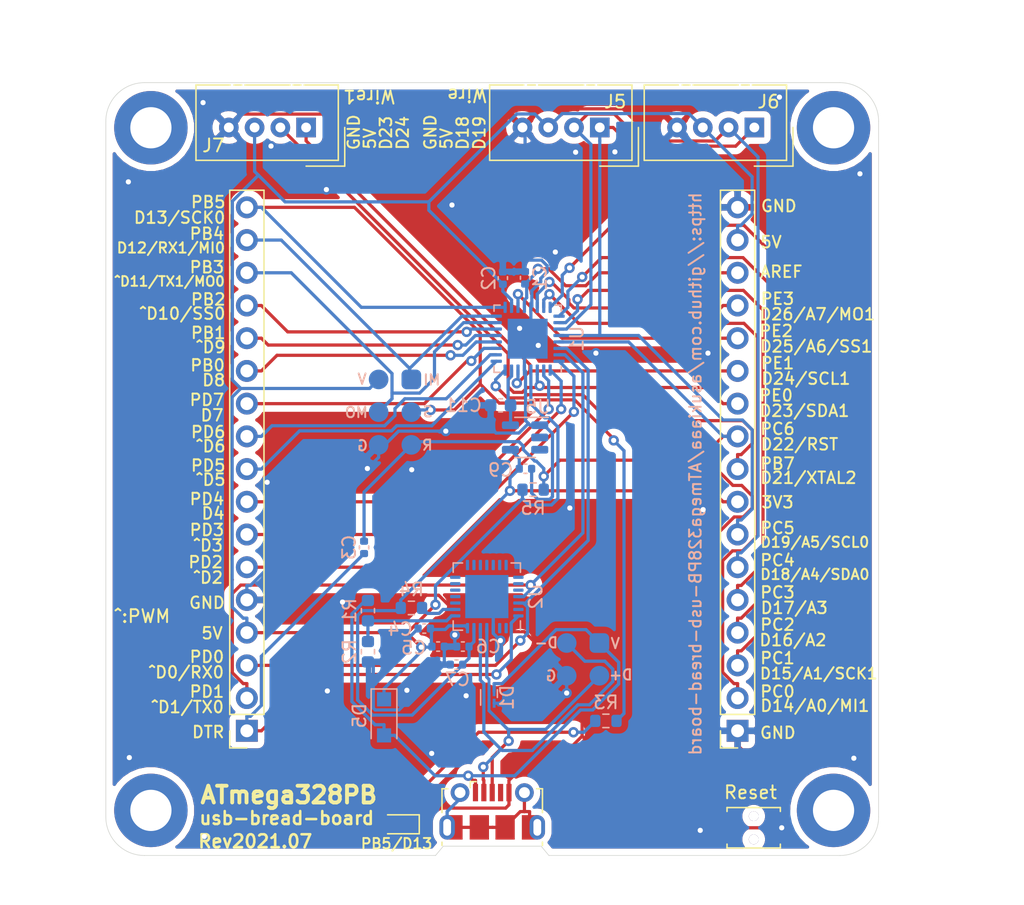
<source format=kicad_pcb>
(kicad_pcb (version 20171130) (host pcbnew 5.1.10-88a1d61d58~88~ubuntu20.04.1)
  (layers (0 F.Cu signal) (31 B.Cu signal) (34 B.Paste user) (35 F.Paste user) (36 B.SilkS user) (37 F.SilkS user) (38 B.Mask user) (39 F.Mask user) (44 Edge.Cuts user))
  (net 0 "")
  (net 1 GND)
  (net 2 /aref)
  (net 3 VCC)
  (net 4 /pb4)
  (net 5 /pb3)
  (net 6 /pb2)
  (net 7 /pb1)
  (net 8 /pb0)
  (net 9 /pd7)
  (net 10 /pd6)
  (net 11 /pd5)
  (net 12 /pd4)
  (net 13 /pd3)
  (net 14 /pd2)
  (net 15 /pe3)
  (net 16 /pe2)
  (net 17 /pe1)
  (net 18 /pe0)
  (net 19 /pc6)
  (net 20 /pb7)
  (net 21 /pc5)
  (net 22 /pc4)
  (net 23 /pc3)
  (net 24 /pc2)
  (net 25 /pc1)
  (net 26 /pc0)
  (net 27 /pb5)
  (net 28 /DTR)
  (net 29 /USB_UART_TX)
  (net 30 /USB_UART_RX)
  (net 31 "Net-(R1-Pad2)")
  (net 32 "Net-(U2-Pad27)")
  (net 33 "Net-(U2-Pad24)")
  (net 34 "Net-(U2-Pad23)")
  (net 35 "Net-(U2-Pad22)")
  (net 36 "Net-(U2-Pad21)")
  (net 37 "Net-(U2-Pad20)")
  (net 38 "Net-(U2-Pad19)")
  (net 39 "Net-(U2-Pad18)")
  (net 40 "Net-(U2-Pad17)")
  (net 41 "Net-(U2-Pad16)")
  (net 42 "Net-(U2-Pad15)")
  (net 43 "Net-(U2-Pad14)")
  (net 44 "Net-(U2-Pad13)")
  (net 45 "Net-(U2-Pad12)")
  (net 46 "Net-(U2-Pad11)")
  (net 47 "Net-(U2-Pad10)")
  (net 48 "Net-(U2-Pad2)")
  (net 49 "Net-(U2-Pad1)")
  (net 50 "Net-(D4-Pad2)")
  (net 51 "Net-(J3-Pad6)")
  (net 52 "Net-(J3-Pad4)")
  (net 53 /16MHz)
  (net 54 +3V3)
  (net 55 "Net-(R4-Pad1)")
  (net 56 "Net-(U5-Pad3)")
  (net 57 "Net-(U5-Pad2)")
  (net 58 /D+)
  (net 59 /D-)
  (net 60 VBUS)
  (module my-kicad-footprints:SW_Push_TVAF06 (layer F.Cu) (at 150.3 107.85 180)
    (fp_text reference SW1 hide)
    (fp_text value SW_Push)
    (pad NC thru_hole circle (at 0 -0.9 180) (size 0.75 0.75) (drill 0.75) (layers *.Cu *.Mask))
    (pad NC thru_hole circle (at 0 0.9 180) (size 0.75 0.75) (drill 0.75) (layers *.Cu *.Mask))
    (pad 1 smd roundrect (at -2.225 0 180) (size 1.05 1.6) (layers F.Cu F.Paste F.Mask) (net 1 GND))
    (pad 2 smd roundrect (at 2.225 0 180) (size 1.05 1.6) (layers F.Cu F.Paste F.Mask) (net 19 /pc6))
  )
  (module my-kicad-footprints:2x02_P2.54mm_USB_Pads (layer B.Cu) (at 137.05 94.775 180)
    (fp_text reference J8 hide)
    (fp_text value USB_test)
    (fp_text user G (at 2.47904 -1.28016) (layer B.SilkS) (effects (font (size 0.8 0.8)) (justify mirror)))
    (fp_text user D+ (at -2.93116 -1.20396) (layer B.SilkS) (effects (font (size 0.8 0.8)) (justify mirror)))
    (fp_text user D- (at 2.85496 1.29032) (layer B.SilkS) (effects (font (size 0.8 0.8)) (justify mirror)))
    (fp_text user V (at -2.50444 1.23444) (layer B.SilkS) (effects (font (size 0.8 0.8)) (justify mirror)))
    (pad 1 connect roundrect (at -1.27 1.27 180) (size 1.524 1.524) (layers B.Cu B.Mask) (net 60 VBUS))
    (pad 2 connect circle (at 1.27 1.27 180) (size 1.524 1.524) (layers B.Cu B.Mask) (net 59 /D-))
    (pad 3 connect circle (at -1.27 -1.27 180) (size 1.524 1.524) (layers B.Cu B.Mask) (net 58 /D+))
    (pad 4 connect circle (at 1.27 -1.27 180) (size 1.524 1.524) (layers B.Cu B.Mask) (net 1 GND))
  )
  (module my-kicad-footprints:OnSemi_UDFN-6_1.2x1.0mm_P0.4mm (layer B.Cu) (at 129.75 97.73 90)
    (fp_text reference D1 (at 0 1.4 -90) (layer B.SilkS) (effects (justify mirror)))
    (fp_text value Diode_4array_ESDR0502NMUTBG)
    (pad 5 smd rect (at 0.45 0 90) (size 0.7 0.22) (layers B.Cu B.Paste B.Mask) (net 58 /D+))
    (pad 4 smd rect (at 0.45 -0.4 90) (size 0.7 0.22) (layers B.Cu B.Paste B.Mask) (net 59 /D-))
    (pad 6 smd rect (at 0.45 0.4 90) (size 0.7 0.22) (layers B.Cu B.Paste B.Mask) (net 60 VBUS))
    (pad 3 smd rect (at -0.45 -0.4 90) (size 0.7 0.22) (layers B.Cu B.Paste B.Mask) (net 59 /D-))
    (pad 2 smd rect (at -0.45 0 90) (size 0.7 0.22) (layers B.Cu B.Paste B.Mask) (net 58 /D+))
    (pad 1 smd rect (at -0.45 0.4 90) (size 0.7 0.22) (layers B.Cu B.Paste B.Mask) (net 1 GND))
  )
  (module Resistor_SMD:R_0603_1608Metric (layer B.Cu) (at 133.175 81.6)
    (fp_text reference R5 (at 0 1.43) (layer B.SilkS) (effects (justify mirror)))
    (fp_text value 10k)
    (pad 2 smd roundrect (at 0.825 0) (size 0.8 0.95) (layers B.Cu B.Paste B.Mask) (net 19 /pc6))
    (pad 1 smd roundrect (at -0.825 0) (size 0.8 0.95) (layers B.Cu B.Paste B.Mask) (net 3 VCC))
  )
  (module Capacitor_SMD:C_0402_1005Metric (layer B.Cu) (at 132.58 79.975)
    (fp_text reference C9 (at -1.93 0.1) (layer B.SilkS) (effects (justify mirror)))
    (fp_text value 0.1uf)
    (pad 2 smd roundrect (at 0.48 0) (size 0.56 0.62) (layers B.Cu B.Paste B.Mask) (net 1 GND))
    (pad 1 smd roundrect (at -0.48 0) (size 0.56 0.62) (layers B.Cu B.Paste B.Mask) (net 54 +3V3))
  )
  (module Capacitor_SMD:C_0402_1005Metric (layer B.Cu) (at 127.225 95.18 180)
    (fp_text reference C7 (at -0.075 -1.15) (layer B.SilkS) (effects (justify mirror)))
    (fp_text value 0.1uf)
    (pad 2 smd roundrect (at 0.48 0 180) (size 0.56 0.62) (layers B.Cu B.Paste B.Mask) (net 1 GND))
    (pad 1 smd roundrect (at -0.48 0 180) (size 0.56 0.62) (layers B.Cu B.Paste B.Mask) (net 54 +3V3))
  )
  (module Capacitor_SMD:C_0402_1005Metric (layer B.Cu) (at 124.725 92.38 180)
    (fp_text reference C4 (at 1.875 -0.05) (layer B.SilkS) (effects (justify mirror)))
    (fp_text value 0.1uf)
    (pad 2 smd roundrect (at 0.48 0 180) (size 0.56 0.62) (layers B.Cu B.Paste B.Mask) (net 1 GND))
    (pad 1 smd roundrect (at -0.48 0 180) (size 0.56 0.62) (layers B.Cu B.Paste B.Mask) (net 3 VCC))
  )
  (module Capacitor_SMD:C_0402_1005Metric (layer B.Cu) (at 120.05 86.08 270)
    (fp_text reference C3 (at 0 1.16 90) (layer B.SilkS) (effects (justify mirror)))
    (fp_text value 0.1uf)
    (pad 2 smd roundrect (at 0.48 0 270) (size 0.56 0.62) (layers B.Cu B.Paste B.Mask) (net 28 /DTR))
    (pad 1 smd roundrect (at -0.48 0 270) (size 0.56 0.62) (layers B.Cu B.Paste B.Mask) (net 19 /pc6))
  )
  (module Capacitor_SMD:C_0402_1005Metric (layer B.Cu) (at 130.825 65.17 90)
    (fp_text reference C2 (at 0 -1.1 90) (layer B.SilkS) (effects (justify mirror)))
    (fp_text value 0.1uf)
    (pad 2 smd roundrect (at 0.48 0 90) (size 0.56 0.62) (layers B.Cu B.Paste B.Mask) (net 1 GND))
    (pad 1 smd roundrect (at -0.48 0 90) (size 0.56 0.62) (layers B.Cu B.Paste B.Mask) (net 3 VCC))
  )
  (module Capacitor_SMD:C_0402_1005Metric (layer B.Cu) (at 132.55 65.15 90)
    (fp_text reference C1 (at 0 1.16 90) (layer B.SilkS) (effects (justify mirror)))
    (fp_text value 0.1uf)
    (pad 2 smd roundrect (at 0.48 0 90) (size 0.56 0.62) (layers B.Cu B.Paste B.Mask) (net 1 GND))
    (pad 1 smd roundrect (at -0.48 0 90) (size 0.56 0.62) (layers B.Cu B.Paste B.Mask) (net 2 /aref))
  )
  (module Capacitor_SMD:C_0402_1005Metric (layer B.Cu) (at 125.8 93.78)
    (fp_text reference C5 (at -1.9 0.1) (layer B.SilkS) (effects (justify mirror)))
    (fp_text value 4.7uf)
    (pad 2 smd roundrect (at 0.48 0) (size 0.56 0.62) (layers B.Cu B.Paste B.Mask) (net 1 GND))
    (pad 1 smd roundrect (at -0.48 0) (size 0.56 0.62) (layers B.Cu B.Paste B.Mask) (net 3 VCC))
  )
  (module Package_TO_SOT_SMD:SOT-23-5 (layer B.Cu) (at 132.55 77.545 180)
    (fp_text reference U5 (at -1 2.37) (layer B.SilkS) (effects (justify mirror)))
    (fp_text value SiT2001B-MEMS-Clock-Generator)
    (pad 5 smd roundrect (at 1.1375 0.95 180) (size 1.325 0.6) (layers B.Cu B.Paste B.Mask) (net 53 /16MHz))
    (pad 4 smd roundrect (at 1.1375 -0.95 180) (size 1.325 0.6) (layers B.Cu B.Paste B.Mask) (net 54 +3V3))
    (pad 3 smd roundrect (at -1.1375 -0.95 180) (size 1.325 0.6) (layers B.Cu B.Paste B.Mask) (net 56 "Net-(U5-Pad3)"))
    (pad 2 smd roundrect (at -1.1375 0 180) (size 1.325 0.6) (layers B.Cu B.Paste B.Mask) (net 57 "Net-(U5-Pad2)"))
    (pad 1 smd roundrect (at -1.1375 0.95 180) (size 1.325 0.6) (layers B.Cu B.Paste B.Mask) (net 1 GND))
  )
  (module Resistor_SMD:R_0603_1608Metric (layer B.Cu) (at 123.725 90.78 180)
    (fp_text reference R4 (at 0 1.43) (layer B.SilkS) (effects (justify mirror)))
    (fp_text value 1k)
    (pad 2 smd roundrect (at 0.825 0 180) (size 0.8 0.95) (layers B.Cu B.Paste B.Mask) (net 54 +3V3))
    (pad 1 smd roundrect (at -0.825 0 180) (size 0.8 0.95) (layers B.Cu B.Paste B.Mask) (net 55 "Net-(R4-Pad1)"))
  )
  (module Capacitor_SMD:C_0603_1608Metric (layer B.Cu) (at 130.65 75.05 180)
    (fp_text reference C11 (at 2.9 0) (layer B.SilkS) (effects (justify mirror)))
    (fp_text value 15pf)
    (pad 2 smd roundrect (at 0.775 0 180) (size 0.9 0.95) (layers B.Cu B.Paste B.Mask) (net 1 GND))
    (pad 1 smd roundrect (at -0.775 0 180) (size 0.9 0.95) (layers B.Cu B.Paste B.Mask) (net 53 /16MHz))
  )
  (module Capacitor_SMD:C_0402_1005Metric (layer B.Cu) (at 127.72 93.78 180)
    (fp_text reference C6 (at -1.98 0) (layer B.SilkS) (effects (justify mirror)))
    (fp_text value 4.7uf)
    (pad 2 smd roundrect (at 0.48 0 180) (size 0.56 0.62) (layers B.Cu B.Paste B.Mask) (net 1 GND))
    (pad 1 smd roundrect (at -0.48 0 180) (size 0.56 0.62) (layers B.Cu B.Paste B.Mask) (net 54 +3V3))
  )
  (module Resistor_SMD:R_0603_1608Metric (layer B.Cu) (at 138.825 99.55 180)
    (fp_text reference R3 (at 0 1.43) (layer B.SilkS) (effects (justify mirror)))
    (fp_text value 22k)
    (pad 2 smd roundrect (at 0.825 0 180) (size 0.8 0.95) (layers B.Cu B.Paste B.Mask) (net 50 "Net-(D4-Pad2)"))
    (pad 1 smd roundrect (at -0.825 0 180) (size 0.8 0.95) (layers B.Cu B.Paste B.Mask) (net 27 /pb5))
  )
  (module Connector:NS-Tech_Grove_1x04_P2mm_Vertical (layer F.Cu) (at 115.55 53.48 270)
    (fp_text reference J7 (at 1.4 7.2 180) (layer F.SilkS))
    (fp_text value Grove-I2C-connector)
    (pad 4 thru_hole circle (at 0 6 270) (size 1.524 1.524) (drill 0.762) (layers *.Cu *.Mask) (net 1 GND))
    (pad 3 thru_hole circle (at 0 4 270) (size 1.524 1.524) (drill 0.762) (layers *.Cu *.Mask) (net 3 VCC))
    (pad 2 thru_hole circle (at 0 2 270) (size 1.524 1.524) (drill 0.762) (layers *.Cu *.Mask) (net 18 /pe0))
    (pad 1 thru_hole rect (at 0 0 270) (size 1.524 1.524) (drill 0.762) (layers *.Cu *.Mask) (net 17 /pe1))
  )
  (module Connector:NS-Tech_Grove_1x04_P2mm_Vertical (layer F.Cu) (at 150.35 53.48 270)
    (fp_text reference J6 (at -2 -1.1 180) (layer F.SilkS))
    (fp_text value Grove-I2C-connector)
    (pad 4 thru_hole circle (at 0 6 270) (size 1.524 1.524) (drill 0.762) (layers *.Cu *.Mask) (net 1 GND))
    (pad 3 thru_hole circle (at 0 4 270) (size 1.524 1.524) (drill 0.762) (layers *.Cu *.Mask) (net 3 VCC))
    (pad 2 thru_hole circle (at 0 2 270) (size 1.524 1.524) (drill 0.762) (layers *.Cu *.Mask) (net 22 /pc4))
    (pad 1 thru_hole rect (at 0 0 270) (size 1.524 1.524) (drill 0.762) (layers *.Cu *.Mask) (net 21 /pc5))
  )
  (module Connector:NS-Tech_Grove_1x04_P2mm_Vertical (layer F.Cu) (at 138.35 53.48 270)
    (fp_text reference J5 (at -2 -1.2 180) (layer F.SilkS))
    (fp_text value Grove-I2C-connector)
    (pad 4 thru_hole circle (at 0 6 270) (size 1.524 1.524) (drill 0.762) (layers *.Cu *.Mask) (net 1 GND))
    (pad 3 thru_hole circle (at 0 4 270) (size 1.524 1.524) (drill 0.762) (layers *.Cu *.Mask) (net 3 VCC))
    (pad 2 thru_hole circle (at 0 2 270) (size 1.524 1.524) (drill 0.762) (layers *.Cu *.Mask) (net 22 /pc4))
    (pad 1 thru_hole rect (at 0 0 270) (size 1.524 1.524) (drill 0.762) (layers *.Cu *.Mask) (net 21 /pc5))
  )
  (module my-kicad-footprints:2x03_P2.54mm_ISP_Pads (layer B.Cu) (at 122.45 75.58 180)
    (fp_text reference J4 hide)
    (fp_text value AVR-ISP-6)
    (fp_text user R (at -2.5146 -2.5654) (layer B.SilkS) (effects (font (size 0.8 0.8)) (justify mirror)))
    (fp_text user G (at 2.5146 -2.6035) (layer B.SilkS) (effects (font (size 0.8 0.8)) (justify mirror)))
    (fp_text user MO (at 2.9972 -0.0254) (layer B.SilkS) (effects (font (size 0.8 0.8)) (justify mirror)))
    (fp_text user S (at -2.5527 0.0254) (layer B.SilkS) (effects (font (size 0.8 0.8)) (justify mirror)))
    (fp_text user V (at 2.5527 2.5654) (layer B.SilkS) (effects (font (size 0.8 0.8)) (justify mirror)))
    (fp_text user MI (at -2.8575 2.5019) (layer B.SilkS) (effects (font (size 0.8 0.8)) (justify mirror)))
    (pad 1 connect roundrect (at -1.27 2.54 180) (size 1.524 1.524) (layers B.Cu B.Mask) (net 4 /pb4))
    (pad 2 connect circle (at 1.27 2.54 180) (size 1.524 1.524) (layers B.Cu B.Mask) (net 3 VCC))
    (pad 3 connect circle (at -1.27 0 180) (size 1.524 1.524) (layers B.Cu B.Mask) (net 27 /pb5))
    (pad 4 connect circle (at 1.27 0 180) (size 1.524 1.524) (layers B.Cu B.Mask) (net 5 /pb3))
    (pad 5 connect circle (at -1.27 -2.54 180) (size 1.524 1.524) (layers B.Cu B.Mask) (net 19 /pc6))
    (pad 6 connect circle (at 1.27 -2.54 180) (size 1.524 1.524) (layers B.Cu B.Mask) (net 1 GND))
  )
  (module Connector_USB:USB_Micro-B_Molex-105017-0001 (layer F.Cu) (at 130 106.58)
    (fp_text reference J3 hide)
    (fp_text value USB_B_Micro)
    (pad 6 smd rect (at -2.9 1.2375) (size 1.2 1.9) (layers F.Cu F.Mask) (net 51 "Net-(J3-Pad6)"))
    (pad 6 smd rect (at 2.9 1.2375) (size 1.2 1.9) (layers F.Cu F.Mask) (net 51 "Net-(J3-Pad6)"))
    (pad 6 thru_hole oval (at 3.5 1.2375) (size 1.2 1.9) (drill oval 0.6 1.3) (layers *.Cu *.Mask) (net 51 "Net-(J3-Pad6)"))
    (pad 6 thru_hole oval (at -3.5 1.2375 180) (size 1.2 1.9) (drill oval 0.6 1.3) (layers *.Cu *.Mask) (net 51 "Net-(J3-Pad6)"))
    (pad 6 smd rect (at -1 1.2375) (size 1.5 1.9) (layers F.Cu F.Paste F.Mask) (net 51 "Net-(J3-Pad6)"))
    (pad 6 thru_hole circle (at 2.5 -1.4625) (size 1.45 1.45) (drill 0.85) (layers *.Cu *.Mask) (net 51 "Net-(J3-Pad6)"))
    (pad 3 smd rect (at 0 -1.4625) (size 0.4 1.35) (layers F.Cu F.Paste F.Mask) (net 58 /D+))
    (pad 4 smd rect (at 0.65 -1.4625) (size 0.4 1.35) (layers F.Cu F.Paste F.Mask) (net 52 "Net-(J3-Pad4)"))
    (pad 5 smd rect (at 1.3 -1.4625) (size 0.4 1.35) (layers F.Cu F.Paste F.Mask) (net 1 GND))
    (pad 1 smd rect (at -1.3 -1.4625) (size 0.4 1.35) (layers F.Cu F.Paste F.Mask) (net 60 VBUS))
    (pad 2 smd rect (at -0.65 -1.4625) (size 0.4 1.35) (layers F.Cu F.Paste F.Mask) (net 59 /D-))
    (pad 6 thru_hole circle (at -2.5 -1.4625) (size 1.45 1.45) (drill 0.85) (layers *.Cu *.Mask) (net 51 "Net-(J3-Pad6)"))
    (pad 6 smd rect (at 1 1.2375) (size 1.5 1.9) (layers F.Cu F.Paste F.Mask) (net 51 "Net-(J3-Pad6)"))
  )
  (module Diode_SMD:D_SOD-123F (layer B.Cu) (at 121.6 99.275 270)
    (fp_text reference D5 (at -0.127 1.905 90) (layer B.SilkS) (effects (justify mirror)))
    (fp_text value D)
    (pad 2 smd rect (at 1.4 0 270) (size 1.1 1.1) (layers B.Cu B.Paste B.Mask) (net 60 VBUS))
    (pad 1 smd rect (at -1.4 0 270) (size 1.1 1.1) (layers B.Cu B.Paste B.Mask) (net 3 VCC))
  )
  (module LED_SMD:LED_0603_1608Metric_Pad1.05x0.95mm_HandSolder (layer F.Cu) (at 122.675 107.58 180)
    (fp_text reference D4 hide)
    (fp_text value PB5/D13 (at 0.1 -1.5 180) (layer F.SilkS) (effects (font (size 0.8 0.8))))
    (pad 2 smd roundrect (at 0.875 0 180) (size 1.05 0.95) (layers F.Cu F.Paste F.Mask) (net 50 "Net-(D4-Pad2)"))
    (pad 1 smd roundrect (at -0.875 0 180) (size 1.05 0.95) (layers F.Cu F.Paste F.Mask) (net 1 GND))
  )
  (module Package_DFN_QFN:QFN-28-1EP_5x5mm_P0.5mm_EP3.35x3.35mm (layer B.Cu) (at 129.58 89.9 90)
    (fp_text reference U2 (at 0 3.8 90) (layer B.SilkS) (effects (justify mirror)))
    (fp_text value CP2102N-A01-GQFN28)
    (pad 29 smd rect (at 0 0 90) (size 3.35 3.35) (layers B.Cu B.Mask) (net 1 GND))
    (pad 28 smd roundrect (at -1.5 2.45 90) (size 0.25 0.8) (layers B.Cu B.Paste B.Mask) (net 28 /DTR))
    (pad 27 smd roundrect (at -1 2.45 90) (size 0.25 0.8) (layers B.Cu B.Paste B.Mask) (net 32 "Net-(U2-Pad27)"))
    (pad 26 smd roundrect (at -0.5 2.45 90) (size 0.25 0.8) (layers B.Cu B.Paste B.Mask) (net 29 /USB_UART_TX))
    (pad 25 smd roundrect (at 0 2.45 90) (size 0.25 0.8) (layers B.Cu B.Paste B.Mask) (net 30 /USB_UART_RX))
    (pad 24 smd roundrect (at 0.5 2.45 90) (size 0.25 0.8) (layers B.Cu B.Paste B.Mask) (net 33 "Net-(U2-Pad24)"))
    (pad 23 smd roundrect (at 1 2.45 90) (size 0.25 0.8) (layers B.Cu B.Paste B.Mask) (net 34 "Net-(U2-Pad23)"))
    (pad 22 smd roundrect (at 1.5 2.45 90) (size 0.25 0.8) (layers B.Cu B.Paste B.Mask) (net 35 "Net-(U2-Pad22)"))
    (pad 21 smd roundrect (at 2.45 1.5 90) (size 0.8 0.25) (layers B.Cu B.Paste B.Mask) (net 36 "Net-(U2-Pad21)"))
    (pad 20 smd roundrect (at 2.45 1 90) (size 0.8 0.25) (layers B.Cu B.Paste B.Mask) (net 37 "Net-(U2-Pad20)"))
    (pad 19 smd roundrect (at 2.45 0.5 90) (size 0.8 0.25) (layers B.Cu B.Paste B.Mask) (net 38 "Net-(U2-Pad19)"))
    (pad 18 smd roundrect (at 2.45 0 90) (size 0.8 0.25) (layers B.Cu B.Paste B.Mask) (net 39 "Net-(U2-Pad18)"))
    (pad 17 smd roundrect (at 2.45 -0.5 90) (size 0.8 0.25) (layers B.Cu B.Paste B.Mask) (net 40 "Net-(U2-Pad17)"))
    (pad 16 smd roundrect (at 2.45 -1 90) (size 0.8 0.25) (layers B.Cu B.Paste B.Mask) (net 41 "Net-(U2-Pad16)"))
    (pad 15 smd roundrect (at 2.45 -1.5 90) (size 0.8 0.25) (layers B.Cu B.Paste B.Mask) (net 42 "Net-(U2-Pad15)"))
    (pad 14 smd roundrect (at 1.5 -2.45 90) (size 0.25 0.8) (layers B.Cu B.Paste B.Mask) (net 43 "Net-(U2-Pad14)"))
    (pad 13 smd roundrect (at 1 -2.45 90) (size 0.25 0.8) (layers B.Cu B.Paste B.Mask) (net 44 "Net-(U2-Pad13)"))
    (pad 12 smd roundrect (at 0.5 -2.45 90) (size 0.25 0.8) (layers B.Cu B.Paste B.Mask) (net 45 "Net-(U2-Pad12)"))
    (pad 11 smd roundrect (at 0 -2.45 90) (size 0.25 0.8) (layers B.Cu B.Paste B.Mask) (net 46 "Net-(U2-Pad11)"))
    (pad 10 smd roundrect (at -0.5 -2.45 90) (size 0.25 0.8) (layers B.Cu B.Paste B.Mask) (net 47 "Net-(U2-Pad10)"))
    (pad 9 smd roundrect (at -1 -2.45 90) (size 0.25 0.8) (layers B.Cu B.Paste B.Mask) (net 55 "Net-(R4-Pad1)"))
    (pad 8 smd roundrect (at -1.5 -2.45 90) (size 0.25 0.8) (layers B.Cu B.Paste B.Mask) (net 31 "Net-(R1-Pad2)"))
    (pad 7 smd roundrect (at -2.45 -1.5 90) (size 0.8 0.25) (layers B.Cu B.Paste B.Mask) (net 3 VCC))
    (pad 6 smd roundrect (at -2.45 -1 90) (size 0.8 0.25) (layers B.Cu B.Paste B.Mask) (net 54 +3V3))
    (pad 5 smd roundrect (at -2.45 -0.5 90) (size 0.8 0.25) (layers B.Cu B.Paste B.Mask) (net 59 /D-))
    (pad 4 smd roundrect (at -2.45 0 90) (size 0.8 0.25) (layers B.Cu B.Paste B.Mask) (net 58 /D+))
    (pad 3 smd roundrect (at -2.45 0.5 90) (size 0.8 0.25) (layers B.Cu B.Paste B.Mask) (net 1 GND))
    (pad 2 smd roundrect (at -2.45 1 90) (size 0.8 0.25) (layers B.Cu B.Paste B.Mask) (net 48 "Net-(U2-Pad2)"))
    (pad 1 smd roundrect (at -2.45 1.5 90) (size 0.8 0.25) (layers B.Cu B.Paste B.Mask) (net 49 "Net-(U2-Pad1)"))
  )
  (module Resistor_SMD:R_0603_1608Metric (layer B.Cu) (at 120.35 94.18 270)
    (fp_text reference R2 (at 0 1.43 90) (layer B.SilkS) (effects (justify mirror)))
    (fp_text value 47.5k)
    (pad 1 smd roundrect (at -0.7875 0 270) (size 0.875 0.95) (layers B.Cu B.Paste B.Mask) (net 31 "Net-(R1-Pad2)"))
    (pad 2 smd roundrect (at 0.7875 0 270) (size 0.875 0.95) (layers B.Cu B.Paste B.Mask) (net 1 GND))
  )
  (module Resistor_SMD:R_0603_1608Metric (layer B.Cu) (at 120.35 90.992 270)
    (fp_text reference R1 (at 0 1.43 90) (layer B.SilkS) (effects (justify mirror)))
    (fp_text value 22.1k)
    (pad 1 smd roundrect (at -0.7875 0 270) (size 0.875 0.95) (layers B.Cu B.Paste B.Mask) (net 60 VBUS))
    (pad 2 smd roundrect (at 0.7875 0 270) (size 0.875 0.95) (layers B.Cu B.Paste B.Mask) (net 31 "Net-(R1-Pad2)"))
  )
  (module MountingHole:MountingHole_3.2mm_M3_ISO7380_Pad (layer F.Cu) (at 103.5 53.5)
    (fp_text reference REF4 hide)
    (fp_text value MountingHole_3.2mm_M3_ISO7380_Pad hide)
    (pad 1 thru_hole circle (at 0 0) (size 5.7 5.7) (drill 3.2) (layers *.Cu *.Mask))
  )
  (module MountingHole:MountingHole_3.2mm_M3_ISO7380_Pad (layer F.Cu) (at 156.5 53.5)
    (fp_text reference REF3 hide)
    (fp_text value MountingHole_3.2mm_M3_ISO7380_Pad hide)
    (pad 1 thru_hole circle (at 0 0) (size 5.7 5.7) (drill 3.2) (layers *.Cu *.Mask))
  )
  (module MountingHole:MountingHole_3.2mm_M3_ISO7380_Pad (layer F.Cu) (at 156.5 106.5)
    (fp_text reference REF2 hide)
    (fp_text value MountingHole_3.2mm_M3_ISO7380_Pad)
    (pad 1 thru_hole circle (at 0 0) (size 5.7 5.7) (drill 3.2) (layers *.Cu *.Mask))
  )
  (module MountingHole:MountingHole_3.2mm_M3_ISO7380_Pad (layer F.Cu) (at 103.5 106.5)
    (fp_text reference REF1 hide)
    (fp_text value MountingHole_3.2mm_M3_ISO7380_Pad hide)
    (pad 1 thru_hole circle (at 0 0) (size 5.7 5.7) (drill 3.2) (layers *.Cu *.Mask))
  )
  (module Package_DFN_QFN:QFN-32-1EP_5x5mm_P0.5mm_EP3.1x3.1mm (layer B.Cu) (at 132.75 69.88 90)
    (fp_text reference U1 (at 0 3.82 90) (layer B.SilkS) (effects (justify mirror)))
    (fp_text value ATmega328PB-MU)
    (pad 33 smd rect (at 0 0 90) (size 3.1 3.1) (layers B.Cu B.Mask) (net 1 GND))
    (pad 32 smd roundrect (at -1.75 2.4375 90) (size 0.25 0.875) (layers B.Cu B.Paste B.Mask) (net 14 /pd2))
    (pad 31 smd roundrect (at -1.25 2.4375 90) (size 0.25 0.875) (layers B.Cu B.Paste B.Mask) (net 30 /USB_UART_RX))
    (pad 30 smd roundrect (at -0.75 2.4375 90) (size 0.25 0.875) (layers B.Cu B.Paste B.Mask) (net 29 /USB_UART_TX))
    (pad 29 smd roundrect (at -0.25 2.4375 90) (size 0.25 0.875) (layers B.Cu B.Paste B.Mask) (net 19 /pc6))
    (pad 28 smd roundrect (at 0.25 2.4375 90) (size 0.25 0.875) (layers B.Cu B.Paste B.Mask) (net 21 /pc5))
    (pad 27 smd roundrect (at 0.75 2.4375 90) (size 0.25 0.875) (layers B.Cu B.Paste B.Mask) (net 22 /pc4))
    (pad 26 smd roundrect (at 1.25 2.4375 90) (size 0.25 0.875) (layers B.Cu B.Paste B.Mask) (net 23 /pc3))
    (pad 25 smd roundrect (at 1.75 2.4375 90) (size 0.25 0.875) (layers B.Cu B.Paste B.Mask) (net 24 /pc2))
    (pad 24 smd roundrect (at 2.4375 1.75 90) (size 0.875 0.25) (layers B.Cu B.Paste B.Mask) (net 25 /pc1))
    (pad 23 smd roundrect (at 2.4375 1.25 90) (size 0.875 0.25) (layers B.Cu B.Paste B.Mask) (net 26 /pc0))
    (pad 22 smd roundrect (at 2.4375 0.75 90) (size 0.875 0.25) (layers B.Cu B.Paste B.Mask) (net 15 /pe3))
    (pad 21 smd roundrect (at 2.4375 0.25 90) (size 0.875 0.25) (layers B.Cu B.Paste B.Mask) (net 1 GND))
    (pad 20 smd roundrect (at 2.4375 -0.25 90) (size 0.875 0.25) (layers B.Cu B.Paste B.Mask) (net 2 /aref))
    (pad 19 smd roundrect (at 2.4375 -0.75 90) (size 0.875 0.25) (layers B.Cu B.Paste B.Mask) (net 16 /pe2))
    (pad 18 smd roundrect (at 2.4375 -1.25 90) (size 0.875 0.25) (layers B.Cu B.Paste B.Mask) (net 3 VCC))
    (pad 17 smd roundrect (at 2.4375 -1.75 90) (size 0.875 0.25) (layers B.Cu B.Paste B.Mask) (net 27 /pb5))
    (pad 16 smd roundrect (at 1.75 -2.4375 90) (size 0.25 0.875) (layers B.Cu B.Paste B.Mask) (net 4 /pb4))
    (pad 15 smd roundrect (at 1.25 -2.4375 90) (size 0.25 0.875) (layers B.Cu B.Paste B.Mask) (net 5 /pb3))
    (pad 14 smd roundrect (at 0.75 -2.4375 90) (size 0.25 0.875) (layers B.Cu B.Paste B.Mask) (net 6 /pb2))
    (pad 13 smd roundrect (at 0.25 -2.4375 90) (size 0.25 0.875) (layers B.Cu B.Paste B.Mask) (net 7 /pb1))
    (pad 12 smd roundrect (at -0.25 -2.4375 90) (size 0.25 0.875) (layers B.Cu B.Paste B.Mask) (net 8 /pb0))
    (pad 11 smd roundrect (at -0.75 -2.4375 90) (size 0.25 0.875) (layers B.Cu B.Paste B.Mask) (net 9 /pd7))
    (pad 10 smd roundrect (at -1.25 -2.4375 90) (size 0.25 0.875) (layers B.Cu B.Paste B.Mask) (net 10 /pd6))
    (pad 9 smd roundrect (at -1.75 -2.4375 90) (size 0.25 0.875) (layers B.Cu B.Paste B.Mask) (net 11 /pd5))
    (pad 8 smd roundrect (at -2.4375 -1.75 90) (size 0.875 0.25) (layers B.Cu B.Paste B.Mask) (net 20 /pb7))
    (pad 7 smd roundrect (at -2.4375 -1.25 90) (size 0.875 0.25) (layers B.Cu B.Paste B.Mask) (net 53 /16MHz))
    (pad 6 smd roundrect (at -2.4375 -0.75 90) (size 0.875 0.25) (layers B.Cu B.Paste B.Mask) (net 17 /pe1))
    (pad 5 smd roundrect (at -2.4375 -0.25 90) (size 0.875 0.25) (layers B.Cu B.Paste B.Mask) (net 1 GND))
    (pad 4 smd roundrect (at -2.4375 0.25 90) (size 0.875 0.25) (layers B.Cu B.Paste B.Mask) (net 3 VCC))
    (pad 3 smd roundrect (at -2.4375 0.75 90) (size 0.875 0.25) (layers B.Cu B.Paste B.Mask) (net 18 /pe0))
    (pad 2 smd roundrect (at -2.4375 1.25 90) (size 0.875 0.25) (layers B.Cu B.Paste B.Mask) (net 12 /pd4))
    (pad 1 smd roundrect (at -2.4375 1.75 90) (size 0.875 0.25) (layers B.Cu B.Paste B.Mask) (net 13 /pd3))
  )
  (module Connector_PinSocket_2.54mm:PinSocket_1x17_P2.54mm_Vertical (layer F.Cu) (at 149.05 100.32 180)
    (fp_text reference J2 hide)
    (fp_text value Conn_01x17)
    (pad 1 thru_hole rect (at 0 0 180) (size 1.7 1.7) (drill 1) (layers *.Cu *.Mask) (net 1 GND))
    (pad 2 thru_hole oval (at 0 2.54 180) (size 1.7 1.7) (drill 1) (layers *.Cu *.Mask) (net 26 /pc0))
    (pad 3 thru_hole oval (at 0 5.08 180) (size 1.7 1.7) (drill 1) (layers *.Cu *.Mask) (net 25 /pc1))
    (pad 4 thru_hole oval (at 0 7.62 180) (size 1.7 1.7) (drill 1) (layers *.Cu *.Mask) (net 24 /pc2))
    (pad 5 thru_hole oval (at 0 10.16 180) (size 1.7 1.7) (drill 1) (layers *.Cu *.Mask) (net 23 /pc3))
    (pad 6 thru_hole oval (at 0 12.7 180) (size 1.7 1.7) (drill 1) (layers *.Cu *.Mask) (net 22 /pc4))
    (pad 7 thru_hole oval (at 0 15.24 180) (size 1.7 1.7) (drill 1) (layers *.Cu *.Mask) (net 21 /pc5))
    (pad 8 thru_hole oval (at 0 17.78 180) (size 1.7 1.7) (drill 1) (layers *.Cu *.Mask) (net 54 +3V3))
    (pad 9 thru_hole oval (at 0 20.32 180) (size 1.7 1.7) (drill 1) (layers *.Cu *.Mask) (net 20 /pb7))
    (pad 10 thru_hole oval (at 0 22.86 180) (size 1.7 1.7) (drill 1) (layers *.Cu *.Mask) (net 19 /pc6))
    (pad 11 thru_hole oval (at 0 25.4 180) (size 1.7 1.7) (drill 1) (layers *.Cu *.Mask) (net 18 /pe0))
    (pad 12 thru_hole oval (at 0 27.94 180) (size 1.7 1.7) (drill 1) (layers *.Cu *.Mask) (net 17 /pe1))
    (pad 13 thru_hole oval (at 0 30.48 180) (size 1.7 1.7) (drill 1) (layers *.Cu *.Mask) (net 16 /pe2))
    (pad 14 thru_hole oval (at 0 33.02 180) (size 1.7 1.7) (drill 1) (layers *.Cu *.Mask) (net 15 /pe3))
    (pad 15 thru_hole oval (at 0 35.56 180) (size 1.7 1.7) (drill 1) (layers *.Cu *.Mask) (net 2 /aref))
    (pad 16 thru_hole oval (at 0 38.1 180) (size 1.7 1.7) (drill 1) (layers *.Cu *.Mask) (net 3 VCC))
    (pad 17 thru_hole oval (at 0 40.64 180) (size 1.7 1.7) (drill 1) (layers *.Cu *.Mask) (net 1 GND))
  )
  (module Connector_PinSocket_2.54mm:PinSocket_1x17_P2.54mm_Vertical (layer F.Cu) (at 110.95 100.32 180)
    (fp_text reference J1 hide)
    (fp_text value Conn_01x17)
    (pad 1 thru_hole rect (at 0 0 180) (size 1.7 1.7) (drill 1) (layers *.Cu *.Mask) (net 28 /DTR))
    (pad 2 thru_hole oval (at 0 2.54 180) (size 1.7 1.7) (drill 1) (layers *.Cu *.Mask) (net 30 /USB_UART_RX))
    (pad 3 thru_hole oval (at 0 5.08 180) (size 1.7 1.7) (drill 1) (layers *.Cu *.Mask) (net 29 /USB_UART_TX))
    (pad 4 thru_hole oval (at 0 7.62 180) (size 1.7 1.7) (drill 1) (layers *.Cu *.Mask) (net 3 VCC))
    (pad 5 thru_hole oval (at 0 10.16 180) (size 1.7 1.7) (drill 1) (layers *.Cu *.Mask) (net 1 GND))
    (pad 6 thru_hole oval (at 0 12.7 180) (size 1.7 1.7) (drill 1) (layers *.Cu *.Mask) (net 14 /pd2))
    (pad 7 thru_hole oval (at 0 15.24 180) (size 1.7 1.7) (drill 1) (layers *.Cu *.Mask) (net 13 /pd3))
    (pad 8 thru_hole oval (at 0 17.78 180) (size 1.7 1.7) (drill 1) (layers *.Cu *.Mask) (net 12 /pd4))
    (pad 9 thru_hole oval (at 0 20.32 180) (size 1.7 1.7) (drill 1) (layers *.Cu *.Mask) (net 11 /pd5))
    (pad 10 thru_hole oval (at 0 22.86 180) (size 1.7 1.7) (drill 1) (layers *.Cu *.Mask) (net 10 /pd6))
    (pad 11 thru_hole oval (at 0 25.4 180) (size 1.7 1.7) (drill 1) (layers *.Cu *.Mask) (net 9 /pd7))
    (pad 12 thru_hole oval (at 0 27.94 180) (size 1.7 1.7) (drill 1) (layers *.Cu *.Mask) (net 8 /pb0))
    (pad 13 thru_hole oval (at 0 30.48 180) (size 1.7 1.7) (drill 1) (layers *.Cu *.Mask) (net 7 /pb1))
    (pad 14 thru_hole oval (at 0 33.02 180) (size 1.7 1.7) (drill 1) (layers *.Cu *.Mask) (net 6 /pb2))
    (pad 15 thru_hole oval (at 0 35.56 180) (size 1.7 1.7) (drill 1) (layers *.Cu *.Mask) (net 5 /pb3))
    (pad 16 thru_hole oval (at 0 38.1 180) (size 1.7 1.7) (drill 1) (layers *.Cu *.Mask) (net 4 /pb4))
    (pad 17 thru_hole oval (at 0 40.64 180) (size 1.7 1.7) (drill 1) (layers *.Cu *.Mask) (net 27 /pb5))
  )
  (gr_text GND (at 152.175 100.475) (layer F.SilkS) (effects (font (size 0.9 0.9))))
  (gr_text Reset (at 150.05 105.1) (layer F.SilkS) (effects (font (size 1 1))))
  (gr_text https://github.com/asukiaaa/ATmega328PB-usb-bread-board (at 145.775 80.375 90) (layer B.SilkS) (effects (font (size 0.9 0.9)) (justify mirror)))
  (gr_text 5V (at 126.45 54.35 90) (layer F.SilkS) (effects (font (size 0.9 0.9))))
  (gr_text D18 (at 127.7 53.9 90) (layer F.SilkS) (effects (font (size 0.9 0.9))))
  (gr_text D19 (at 129 53.9 90) (layer F.SilkS) (effects (font (size 0.9 0.9))))
  (gr_text GND (at 125.2 53.85 90) (layer F.SilkS) (effects (font (size 0.9 0.9))))
  (gr_text D24 (at 123.05 53.9 90) (layer F.SilkS) (effects (font (size 0.9 0.9))))
  (gr_text D23 (at 121.75 53.9 90) (layer F.SilkS) (effects (font (size 0.9 0.9))))
  (gr_text 5V (at 120.5 54.35 90) (layer F.SilkS) (effects (font (size 0.9 0.9))))
  (gr_text GND (at 119.25 53.85 90) (layer F.SilkS) (effects (font (size 0.9 0.9))))
  (gr_line (start 125.6 110) (end 103 110) (layer Edge.Cuts) (width 0.05))
  (gr_text usb-bread-board (at 107.15 107.1) (layer F.SilkS) (effects (font (size 1 1) (thickness 0.2)) (justify left)))
  (gr_line (start 133.8 109.28) (end 134.4 110) (layer Edge.Cuts) (width 0.05))
  (gr_line (start 126.2 109.28) (end 133.8 109.28) (layer Edge.Cuts) (width 0.05))
  (gr_line (start 125.6 110) (end 126.2 109.28) (layer Edge.Cuts) (width 0.05))
  (gr_text Wire (at 128.05 50.98 180) (layer F.SilkS) (effects (font (size 1 1))))
  (gr_text Wire1 (at 120.45 51.08 180) (layer F.SilkS) (effects (font (size 1 1))))
  (gr_text DTR (at 107.95 100.42) (layer F.SilkS) (effects (font (size 0.9 0.9))))
  (gr_arc (start 103 107) (end 100 107) (angle -90) (layer Edge.Cuts) (width 0.05))
  (gr_arc (start 157 107) (end 157 110) (angle -90) (layer Edge.Cuts) (width 0.05))
  (gr_arc (start 157 53) (end 160 53) (angle -90) (layer Edge.Cuts) (width 0.05))
  (gr_arc (start 103 53) (end 103 50) (angle -90) (layer Edge.Cuts) (width 0.05))
  (gr_text ^:PWM (at 102.825 91.425) (layer F.SilkS) (effects (font (size 1 1))))
  (gr_text Rev2021.07 (at 111.6 108.9) (layer F.SilkS) (effects (font (size 1 1) (thickness 0.2))))
  (gr_text ATmega328PB (at 107.2 105.3) (layer F.SilkS) (effects (font (size 1.3 1.3) (thickness 0.3)) (justify left)))
  (gr_text GND (at 152.25 59.58) (layer F.SilkS) (effects (font (size 0.9 0.9))))
  (gr_text 5V (at 151.65 62.38) (layer F.SilkS) (effects (font (size 0.9 0.9))))
  (gr_text AREF (at 152.45 64.68) (layer F.SilkS) (effects (font (size 0.9 0.9))))
  (gr_text D26/A7/MO1 (at 155.25 67.98) (layer F.SilkS) (effects (font (size 0.9 0.9))))
  (gr_text PE3 (at 152.15 66.78) (layer F.SilkS) (effects (font (size 0.9 0.9))))
  (gr_text D25/A6/SS1 (at 155.15 70.48) (layer F.SilkS) (effects (font (size 0.9 0.9))))
  (gr_text PE2 (at 152.05 69.28) (layer F.SilkS) (effects (font (size 0.9 0.9))))
  (gr_text D24/SCL1 (at 154.35 72.98) (layer F.SilkS) (effects (font (size 0.9 0.9))))
  (gr_text PE1 (at 152.15 71.78) (layer F.SilkS) (effects (font (size 0.9 0.9))))
  (gr_text D23/SDA1 (at 154.25 75.48) (layer F.SilkS) (effects (font (size 0.9 0.9))))
  (gr_text PE0 (at 152.05 74.28) (layer F.SilkS) (effects (font (size 0.9 0.9))))
  (gr_text D21/XTAL2 (at 154.55 80.68) (layer F.SilkS) (effects (font (size 0.9 0.9))))
  (gr_text PB7 (at 152.15 79.58) (layer F.SilkS) (effects (font (size 0.9 0.9))))
  (gr_text 3V3 (at 152.15 82.58) (layer F.SilkS) (effects (font (size 0.9 0.9))))
  (gr_text D19/A5/SCL0 (at 155.05 85.68) (layer F.SilkS) (effects (font (size 0.8 0.8))))
  (gr_text PC5 (at 152.15 84.58) (layer F.SilkS) (effects (font (size 0.9 0.9))))
  (gr_text D18/A4/SDA0 (at 155.05 88.18) (layer F.SilkS) (effects (font (size 0.8 0.8))))
  (gr_text PC4 (at 152.15 87.08) (layer F.SilkS) (effects (font (size 0.9 0.9))))
  (gr_text D17/A3 (at 153.45 90.78) (layer F.SilkS) (effects (font (size 0.9 0.9))))
  (gr_text PC3 (at 152.15 89.58) (layer F.SilkS) (effects (font (size 0.9 0.9))))
  (gr_text D16/A2 (at 153.35 93.28) (layer F.SilkS) (effects (font (size 0.9 0.9))))
  (gr_text PC2 (at 152.15 92.08) (layer F.SilkS) (effects (font (size 0.9 0.9))))
  (gr_text D15/A1/SCK1 (at 155.35 95.88) (layer F.SilkS) (effects (font (size 0.85 0.85))))
  (gr_text PC1 (at 152.15 94.68) (layer F.SilkS) (effects (font (size 0.9 0.9))))
  (gr_text D14/A0/MI1 (at 155.05 98.38) (layer F.SilkS) (effects (font (size 0.9 0.9))))
  (gr_text PC0 (at 152.15 97.28) (layer F.SilkS) (effects (font (size 0.9 0.9))))
  (gr_text D13/SCK0 (at 105.725 60.48) (layer F.SilkS) (effects (font (size 0.9 0.9))))
  (gr_text PB5 (at 107.95 59.275) (layer F.SilkS) (effects (font (size 0.9 0.9))))
  (gr_text D12/RX1/MI0 (at 105.05 62.83) (layer F.SilkS) (effects (font (size 0.8 0.8))))
  (gr_text PB4 (at 107.85 61.73) (layer F.SilkS) (effects (font (size 0.9 0.9))))
  (gr_text ^D11/TX1/MO0 (at 104.95 65.43) (layer F.SilkS) (effects (font (size 0.75 0.75))))
  (gr_text PB3 (at 107.85 64.33) (layer F.SilkS) (effects (font (size 0.9 0.9))))
  (gr_text ^D10/SS0 (at 105.95 67.93) (layer F.SilkS) (effects (font (size 0.9 0.9))))
  (gr_text PB2 (at 107.95 66.83) (layer F.SilkS) (effects (font (size 0.9 0.9))))
  (gr_text ^D9 (at 108.15 70.53) (layer F.SilkS) (effects (font (size 0.9 0.9))))
  (gr_text PB1 (at 107.95 69.43) (layer F.SilkS) (effects (font (size 0.9 0.9))))
  (gr_text D8 (at 108.375 73.1) (layer F.SilkS) (effects (font (size 0.9 0.9))))
  (gr_text PB0 (at 107.9 71.95) (layer F.SilkS) (effects (font (size 0.9 0.9))))
  (gr_text D7 (at 108.25 75.83) (layer F.SilkS) (effects (font (size 0.9 0.9))))
  (gr_text PD7 (at 107.85 74.63) (layer F.SilkS) (effects (font (size 0.9 0.9))))
  (gr_text ^D6 (at 108.15 78.23) (layer F.SilkS) (effects (font (size 0.9 0.9))))
  (gr_text PD6 (at 107.95 77.13) (layer F.SilkS) (effects (font (size 0.9 0.9))))
  (gr_text ^D5 (at 108.15 80.83) (layer F.SilkS) (effects (font (size 0.9 0.9))))
  (gr_text PD5 (at 107.95 79.73) (layer F.SilkS) (effects (font (size 0.9 0.9))))
  (gr_text D4 (at 108.325 83.45) (layer F.SilkS) (effects (font (size 0.9 0.9))))
  (gr_text PD4 (at 107.85 82.33) (layer F.SilkS) (effects (font (size 0.9 0.9))))
  (gr_text ^D3 (at 107.95 85.93) (layer F.SilkS) (effects (font (size 0.9 0.9))))
  (gr_text PD3 (at 107.85 84.73) (layer F.SilkS) (effects (font (size 0.9 0.9))))
  (gr_text ^D2 (at 107.95 88.43) (layer F.SilkS) (effects (font (size 0.9 0.9))))
  (gr_text PD2 (at 107.75 87.23) (layer F.SilkS) (effects (font (size 0.9 0.9))))
  (gr_text GND (at 107.85 90.38) (layer F.SilkS) (effects (font (size 0.9 0.9))))
  (gr_text 5V (at 108.25 92.75) (layer F.SilkS) (effects (font (size 0.9 0.9))))
  (gr_text ^D1/TX0 (at 106.35 98.48) (layer F.SilkS) (effects (font (size 0.9 0.9))))
  (gr_text PD1 (at 107.85 97.28) (layer F.SilkS) (effects (font (size 0.9 0.9))))
  (gr_text ^D0/RX0 (at 106.25 95.78) (layer F.SilkS) (effects (font (size 0.9 0.9))))
  (gr_text PD0 (at 107.85 94.58) (layer F.SilkS) (effects (font (size 0.9 0.9))))
  (gr_text D22/RST (at 153.85 78.08) (layer F.SilkS) (effects (font (size 0.9 0.9))))
  (gr_text PC6 (at 152.15 76.88) (layer F.SilkS) (effects (font (size 0.9 0.9))))
  (gr_line (start 157 50) (end 103 50) (layer Edge.Cuts) (width 0.05))
  (gr_line (start 160 107) (end 160 53) (layer Edge.Cuts) (width 0.05))
  (gr_line (start 134.4 110) (end 157 110) (layer Edge.Cuts) (width 0.05))
  (gr_line (start 100 53) (end 100 107) (layer Edge.Cuts) (width 0.05))
  (via (at 132.125 69.075) (size 0.8) (drill 0.4) (layers F.Cu B.Cu) (net 1))
  (via (at 133.575 70.4) (size 0.8) (drill 0.4) (layers F.Cu B.Cu) (net 1))
  (segment (start 110.95 90.16) (end 110.95 89.0347) (width 0.25) (layer B.Cu) (net 1))
  (segment (start 110.95 89.0347) (end 111.2313 89.0347) (width 0.25) (layer B.Cu) (net 1))
  (segment (start 111.2313 89.0347) (end 120.308 79.958) (width 0.25) (layer B.Cu) (net 1))
  (segment (start 121.18 79.086) (end 121.18 78.12) (width 0.25) (layer B.Cu) (net 1))
  (segment (start 133.06 79.975) (end 133.06 81.8622) (width 0.25) (layer B.Cu) (net 1))
  (segment (start 133.06 81.8622) (end 133.5509 82.3531) (width 0.25) (layer B.Cu) (net 1))
  (segment (start 133.5509 82.3531) (end 134.4642 82.3531) (width 0.25) (layer B.Cu) (net 1))
  (segment (start 134.4642 82.3531) (end 134.678 82.1393) (width 0.25) (layer B.Cu) (net 1))
  (segment (start 134.678 82.1393) (end 134.678 77.2467) (width 0.25) (layer B.Cu) (net 1))
  (segment (start 134.678 77.2467) (end 134.0263 76.595) (width 0.25) (layer B.Cu) (net 1))
  (segment (start 134.0263 76.595) (end 133.6875 76.595) (width 0.25) (layer B.Cu) (net 1))
  (segment (start 129.58 89.9) (end 130.08 90.4) (width 0.25) (layer B.Cu) (net 1))
  (segment (start 130.08 90.4) (end 130.08 92.35) (width 0.25) (layer B.Cu) (net 1))
  (segment (start 132.5 72.3175) (end 132.5857 72.4032) (width 0.25) (layer B.Cu) (net 1))
  (segment (start 132.5857 72.4032) (end 132.5857 76.2317) (width 0.25) (layer B.Cu) (net 1))
  (segment (start 132.5857 76.2317) (end 132.8135 76.4595) (width 0.25) (layer B.Cu) (net 1))
  (segment (start 144.35 53.48) (end 142.9003 52.0303) (width 0.25) (layer F.Cu) (net 1))
  (segment (start 142.9003 52.0303) (end 133.7997 52.0303) (width 0.25) (layer F.Cu) (net 1))
  (segment (start 133.7997 52.0303) (end 132.35 53.48) (width 0.25) (layer F.Cu) (net 1))
  (segment (start 132.35 53.48) (end 131.31 52.44) (width 0.25) (layer F.Cu) (net 1))
  (segment (start 131.31 52.44) (end 110.59 52.44) (width 0.25) (layer F.Cu) (net 1))
  (segment (start 110.59 52.44) (end 109.55 53.48) (width 0.25) (layer F.Cu) (net 1))
  (segment (start 132.75 69.88) (end 133 69.63) (width 0.25) (layer B.Cu) (net 1))
  (segment (start 133 69.63) (end 133 67.4425) (width 0.25) (layer B.Cu) (net 1))
  (segment (start 132.5 72.3175) (end 132.5 70.13) (width 0.25) (layer B.Cu) (net 1))
  (segment (start 132.5 70.13) (end 132.75 69.88) (width 0.25) (layer B.Cu) (net 1))
  (segment (start 127.0962 93.7081) (end 126.3519 93.7081) (width 0.25) (layer B.Cu) (net 1))
  (segment (start 126.3519 93.7081) (end 126.28 93.78) (width 0.25) (layer B.Cu) (net 1))
  (segment (start 127.24 93.78) (end 127.1681 93.7081) (width 0.25) (layer B.Cu) (net 1))
  (segment (start 127.1681 93.7081) (end 127.0962 93.7081) (width 0.25) (layer B.Cu) (net 1))
  (segment (start 127.0962 93.7081) (end 127.0962 92.8746) (width 0.25) (layer B.Cu) (net 1))
  (segment (start 149.05 59.68) (end 149.05 58.5547) (width 0.25) (layer B.Cu) (net 1))
  (segment (start 144.35 53.48) (end 144.35 53.8547) (width 0.25) (layer B.Cu) (net 1))
  (segment (start 144.35 53.8547) (end 149.05 58.5547) (width 0.25) (layer B.Cu) (net 1))
  (segment (start 112.0753 90.16) (end 112.44 89.7953) (width 0.25) (layer F.Cu) (net 1))
  (segment (start 112.44 89.7953) (end 125.8453 89.7953) (width 0.25) (layer F.Cu) (net 1))
  (segment (start 125.8453 89.7953) (end 127.0962 91.0462) (width 0.25) (layer F.Cu) (net 1))
  (segment (start 127.0962 91.0462) (end 127.0962 92.8746) (width 0.25) (layer F.Cu) (net 1))
  (segment (start 130.6364 92.8746) (end 127.0962 92.8746) (width 0.25) (layer F.Cu) (net 1))
  (segment (start 135.78 97.3886) (end 135.78 95.9181) (width 0.25) (layer F.Cu) (net 1))
  (segment (start 135.78 95.9181) (end 132.4852 92.6233) (width 0.25) (layer F.Cu) (net 1))
  (segment (start 132.4852 92.6233) (end 130.8877 92.6233) (width 0.25) (layer F.Cu) (net 1))
  (segment (start 130.8877 92.6233) (end 130.6364 92.8746) (width 0.25) (layer F.Cu) (net 1))
  (segment (start 130.6364 92.8746) (end 130.6364 93.3151) (width 0.25) (layer F.Cu) (net 1))
  (segment (start 130.08 92.35) (end 130.08 92.7587) (width 0.25) (layer B.Cu) (net 1))
  (segment (start 130.08 92.7587) (end 130.6364 93.3151) (width 0.25) (layer B.Cu) (net 1))
  (segment (start 152.525 107.85) (end 152.475 107.85) (width 0.25) (layer F.Cu) (net 1))
  (segment (start 149.7385 107.85) (end 148.6547 108.9338) (width 0.25) (layer F.Cu) (net 1))
  (segment (start 148.6547 108.9338) (end 145.1817 108.9338) (width 0.25) (layer F.Cu) (net 1))
  (segment (start 145.1817 108.9338) (end 136.9807 100.7328) (width 0.25) (layer F.Cu) (net 1))
  (segment (start 136.9807 100.7328) (end 134.3575 103.356) (width 0.25) (layer F.Cu) (net 1))
  (segment (start 134.3575 103.356) (end 132.1112 103.356) (width 0.25) (layer F.Cu) (net 1))
  (segment (start 132.1112 103.356) (end 131.3 104.1672) (width 0.25) (layer F.Cu) (net 1))
  (segment (start 135.78 97.3886) (end 136.9807 98.5893) (width 0.25) (layer F.Cu) (net 1))
  (segment (start 136.9807 98.5893) (end 136.9807 100.7328) (width 0.25) (layer F.Cu) (net 1))
  (segment (start 149.05 101.4453) (end 152.525 104.9203) (width 0.25) (layer F.Cu) (net 1))
  (segment (start 152.525 104.9203) (end 152.525 107.85) (width 0.25) (layer F.Cu) (net 1))
  (segment (start 131.3 105.1175) (end 131.3 104.1672) (width 0.25) (layer F.Cu) (net 1))
  (segment (start 132.55 63.7783) (end 132.55 64.67) (width 0.25) (layer B.Cu) (net 1))
  (segment (start 132.35 53.48) (end 132.55 53.68) (width 0.25) (layer B.Cu) (net 1))
  (segment (start 132.55 53.68) (end 132.55 63.7783) (width 0.25) (layer B.Cu) (net 1))
  (segment (start 132.55 63.7783) (end 133.831 63.7783) (width 0.25) (layer B.Cu) (net 1))
  (segment (start 133.831 63.7783) (end 134.262 64.2093) (width 0.25) (layer B.Cu) (net 1))
  (segment (start 134.262 64.2093) (end 134.262 64.6981) (width 0.25) (layer B.Cu) (net 1))
  (segment (start 134.262 64.6981) (end 133.7678 65.1923) (width 0.25) (layer B.Cu) (net 1))
  (segment (start 133.7678 65.1923) (end 133.7678 65.4603) (width 0.25) (layer B.Cu) (net 1))
  (segment (start 133.7678 65.4603) (end 133.0756 66.1525) (width 0.25) (layer B.Cu) (net 1))
  (segment (start 133.0756 66.1525) (end 133.0756 67.3669) (width 0.25) (layer B.Cu) (net 1))
  (segment (start 133.0756 67.3669) (end 133 67.4425) (width 0.25) (layer B.Cu) (net 1))
  (segment (start 132.8135 76.4595) (end 132.949 76.595) (width 0.25) (layer B.Cu) (net 1))
  (segment (start 132.949 76.595) (end 133.6875 76.595) (width 0.25) (layer B.Cu) (net 1))
  (segment (start 129.875 76.7843) (end 130.2928 77.2021) (width 0.25) (layer B.Cu) (net 1))
  (segment (start 130.2928 77.2021) (end 132.0709 77.2021) (width 0.25) (layer B.Cu) (net 1))
  (segment (start 132.0709 77.2021) (end 132.8135 76.4595) (width 0.25) (layer B.Cu) (net 1))
  (segment (start 129.875 76.7843) (end 129.875 75.05) (width 0.25) (layer B.Cu) (net 1))
  (segment (start 121.18 78.12) (end 121.6652 78.12) (width 0.25) (layer B.Cu) (net 1))
  (segment (start 121.6652 78.12) (end 122.731 77.0542) (width 0.25) (layer B.Cu) (net 1))
  (segment (start 122.731 77.0542) (end 126.3958 77.0542) (width 0.25) (layer B.Cu) (net 1))
  (segment (start 129.6051 77.0542) (end 129.875 76.7843) (width 0.25) (layer B.Cu) (net 1))
  (segment (start 126.28 95.18) (end 126.28 93.78) (width 0.25) (layer B.Cu) (net 1))
  (segment (start 130.15 98.18) (end 134.9886 98.18) (width 0.25) (layer B.Cu) (net 1))
  (segment (start 134.9886 98.18) (end 135.78 97.3886) (width 0.25) (layer B.Cu) (net 1))
  (segment (start 135.78 96.045) (end 135.78 97.3886) (width 0.25) (layer B.Cu) (net 1))
  (segment (start 126.28 95.18) (end 126.745 95.18) (width 0.25) (layer B.Cu) (net 1))
  (segment (start 120.7691 94.9675) (end 120.7691 98.5568) (width 0.25) (layer B.Cu) (net 1))
  (segment (start 120.7691 98.5568) (end 120.9127 98.7004) (width 0.25) (layer B.Cu) (net 1))
  (segment (start 120.9127 98.7004) (end 122.7596 98.7004) (width 0.25) (layer B.Cu) (net 1))
  (segment (start 122.7596 98.7004) (end 126.28 95.18) (width 0.25) (layer B.Cu) (net 1))
  (segment (start 120.7691 94.9675) (end 121.6575 94.9675) (width 0.25) (layer B.Cu) (net 1))
  (segment (start 121.6575 94.9675) (end 124.245 92.38) (width 0.25) (layer B.Cu) (net 1))
  (segment (start 120.35 94.9675) (end 120.7691 94.9675) (width 0.25) (layer B.Cu) (net 1))
  (segment (start 110.95 90.16) (end 112.0753 90.16) (width 0.25) (layer F.Cu) (net 1))
  (segment (start 132.55 64.67) (end 132.53 64.69) (width 0.25) (layer B.Cu) (net 1))
  (segment (start 132.53 64.69) (end 130.825 64.69) (width 0.25) (layer B.Cu) (net 1))
  (segment (start 131.3 105.1517) (end 131.3 105.1175) (width 0.25) (layer F.Cu) (net 1))
  (segment (start 131.3 105.1517) (end 131.3 106.0678) (width 0.25) (layer F.Cu) (net 1))
  (segment (start 123.55 107.58) (end 124.808 106.322) (width 0.25) (layer F.Cu) (net 1))
  (segment (start 124.808 106.322) (end 131.0458 106.322) (width 0.25) (layer F.Cu) (net 1))
  (segment (start 131.0458 106.322) (end 131.3 106.0678) (width 0.25) (layer F.Cu) (net 1))
  (segment (start 149.05 100.32) (end 149.05 101.4453) (width 0.25) (layer F.Cu) (net 1))
  (via (at 127.0962 92.8746) (size 0.8) (layers F.Cu B.Cu) (net 1))
  (via (at 130.6364 93.3151) (size 0.8) (layers F.Cu B.Cu) (net 1))
  (via (at 135.78 97.3886) (size 0.8) (layers F.Cu B.Cu) (net 1))
  (via (at 152.3 51.125) (size 0.8) (drill 0.4) (layers F.Cu B.Cu) (net 1))
  (via (at 158.55 57.075) (size 0.8) (drill 0.4) (layers F.Cu B.Cu) (net 1))
  (via (at 158.075 102.45) (size 0.8) (drill 0.4) (layers F.Cu B.Cu) (net 1))
  (segment (start 152.475 107.85) (end 149.7385 107.85) (width 0.25) (layer F.Cu) (net 1))
  (via (at 152.475 107.85) (size 0.8) (drill 0.4) (layers F.Cu B.Cu) (net 1))
  (via (at 146.15 108.05) (size 0.8) (drill 0.4) (layers F.Cu B.Cu) (net 1))
  (via (at 146.375 83.15) (size 0.8) (drill 0.4) (layers F.Cu B.Cu) (net 1))
  (via (at 146.75 71) (size 0.8) (drill 0.4) (layers F.Cu B.Cu) (net 1))
  (via (at 136.025 83.025) (size 0.8) (drill 0.4) (layers F.Cu B.Cu) (net 1))
  (segment (start 120.308 79.958) (end 121.18 79.086) (width 0.25) (layer B.Cu) (net 1))
  (via (at 120.308 79.958) (size 0.8) (drill 0.4) (layers F.Cu B.Cu) (net 1))
  (via (at 123.75 80.05) (size 0.8) (drill 0.4) (layers F.Cu B.Cu) (net 1))
  (segment (start 126.3958 77.0542) (end 129.6051 77.0542) (width 0.25) (layer B.Cu) (net 1))
  (via (at 126.3958 77.0542) (size 0.8) (drill 0.4) (layers F.Cu B.Cu) (net 1))
  (via (at 112.525 81.025) (size 0.8) (drill 0.4) (layers F.Cu B.Cu) (net 1))
  (via (at 118.375 90.325) (size 0.8) (drill 0.4) (layers F.Cu B.Cu) (net 1))
  (via (at 117.2 97.225) (size 0.8) (drill 0.4) (layers F.Cu B.Cu) (net 1))
  (via (at 123.375 97.175) (size 0.8) (drill 0.4) (layers F.Cu B.Cu) (net 1))
  (via (at 127.975 97.6) (size 0.8) (drill 0.4) (layers F.Cu B.Cu) (net 1))
  (via (at 125.3 102.075) (size 0.8) (drill 0.4) (layers F.Cu B.Cu) (net 1))
  (via (at 107.65 108.525) (size 0.8) (drill 0.4) (layers F.Cu B.Cu) (net 1))
  (via (at 101.825 102.4) (size 0.8) (drill 0.4) (layers F.Cu B.Cu) (net 1))
  (via (at 101.75 57.7) (size 0.8) (drill 0.4) (layers F.Cu B.Cu) (net 1))
  (via (at 107.55 51.55) (size 0.8) (drill 0.4) (layers F.Cu B.Cu) (net 1))
  (via (at 126.875 59.5) (size 0.8) (drill 0.4) (layers F.Cu B.Cu) (net 1))
  (via (at 134.9 63.15) (size 0.8) (drill 0.4) (layers F.Cu B.Cu) (net 1))
  (via (at 138.05 71) (size 0.8) (drill 0.4) (layers F.Cu B.Cu) (net 1))
  (via (at 139.525 55.375) (size 0.8) (drill 0.4) (layers F.Cu B.Cu) (net 1))
  (via (at 136.475 55.4) (size 0.8) (drill 0.4) (layers F.Cu B.Cu) (net 1))
  (via (at 112.825 54.925) (size 0.8) (drill 0.4) (layers F.Cu B.Cu) (net 1))
  (via (at 117.125 58.3) (size 0.8) (drill 0.4) (layers F.Cu B.Cu) (net 1))
  (segment (start 133.5512 64.4536) (end 134.3883 64.4536) (width 0.25) (layer F.Cu) (net 2))
  (segment (start 134.3883 64.4536) (end 135.6981 65.7634) (width 0.25) (layer F.Cu) (net 2))
  (segment (start 135.6981 65.7634) (end 137.2648 65.7634) (width 0.25) (layer F.Cu) (net 2))
  (segment (start 137.2648 65.7634) (end 138.2682 64.76) (width 0.25) (layer F.Cu) (net 2))
  (segment (start 138.2682 64.76) (end 147.9247 64.76) (width 0.25) (layer F.Cu) (net 2))
  (segment (start 132.55 65.63) (end 133.5512 64.6288) (width 0.25) (layer B.Cu) (net 2))
  (segment (start 133.5512 64.6288) (end 133.5512 64.4536) (width 0.25) (layer B.Cu) (net 2))
  (segment (start 132.5 67.4425) (end 132.5 66.8685) (width 0.25) (layer B.Cu) (net 2))
  (segment (start 132.5 66.8685) (end 132.6753 66.6932) (width 0.25) (layer B.Cu) (net 2))
  (segment (start 132.6753 66.6932) (end 132.6753 65.7553) (width 0.25) (layer B.Cu) (net 2))
  (segment (start 132.6753 65.7553) (end 132.55 65.63) (width 0.25) (layer B.Cu) (net 2))
  (segment (start 149.05 64.76) (end 147.9247 64.76) (width 0.25) (layer F.Cu) (net 2))
  (via (at 133.5512 64.4536) (size 0.8) (layers F.Cu B.Cu) (net 2))
  (segment (start 132.35 82.289) (end 125.5942 89.0448) (width 0.25) (layer B.Cu) (net 3))
  (segment (start 125.5942 89.0448) (end 125.5942 90.53) (width 0.25) (layer B.Cu) (net 3))
  (segment (start 132.35 81.6) (end 132.35 82.289) (width 0.25) (layer B.Cu) (net 3))
  (segment (start 132.35 82.289) (end 132.848 82.787) (width 0.25) (layer B.Cu) (net 3))
  (segment (start 132.848 82.787) (end 134.6031 82.787) (width 0.25) (layer B.Cu) (net 3))
  (segment (start 134.6031 82.787) (end 135.1001 82.29) (width 0.25) (layer B.Cu) (net 3))
  (segment (start 135.1001 82.29) (end 135.1001 76.7334) (width 0.25) (layer B.Cu) (net 3))
  (segment (start 135.1001 76.7334) (end 134.3856 76.0189) (width 0.25) (layer B.Cu) (net 3))
  (segment (start 134.3856 76.0189) (end 134.0795 76.0189) (width 0.25) (layer B.Cu) (net 3))
  (segment (start 134.0795 76.0189) (end 133 74.9394) (width 0.25) (layer B.Cu) (net 3))
  (segment (start 133 74.9394) (end 133 72.3175) (width 0.25) (layer B.Cu) (net 3))
  (segment (start 149.05 62.22) (end 149.05 61.0947) (width 0.25) (layer B.Cu) (net 3))
  (segment (start 146.35 53.48) (end 150.1762 57.3062) (width 0.25) (layer B.Cu) (net 3))
  (segment (start 150.1762 57.3062) (end 150.1762 60.2016) (width 0.25) (layer B.Cu) (net 3))
  (segment (start 150.1762 60.2016) (end 149.2831 61.0947) (width 0.25) (layer B.Cu) (net 3))
  (segment (start 149.2831 61.0947) (end 149.05 61.0947) (width 0.25) (layer B.Cu) (net 3))
  (segment (start 134.35 53.48) (end 135.432 52.398) (width 0.25) (layer B.Cu) (net 3))
  (segment (start 135.432 52.398) (end 145.268 52.398) (width 0.25) (layer B.Cu) (net 3))
  (segment (start 145.268 52.398) (end 146.35 53.48) (width 0.25) (layer B.Cu) (net 3))
  (segment (start 111.8456 57.1839) (end 113.9148 59.2531) (width 0.25) (layer B.Cu) (net 3))
  (segment (start 113.9148 59.2531) (end 125.0808 59.2531) (width 0.25) (layer B.Cu) (net 3))
  (segment (start 111.55 53.48) (end 111.55 56.8883) (width 0.25) (layer B.Cu) (net 3))
  (segment (start 111.55 56.8883) (end 111.8456 57.1839) (width 0.25) (layer B.Cu) (net 3))
  (segment (start 111.8456 57.1839) (end 109.8246 59.2049) (width 0.25) (layer B.Cu) (net 3))
  (segment (start 109.8246 59.2049) (end 109.8246 73.0903) (width 0.25) (layer B.Cu) (net 3))
  (segment (start 109.8246 73.0903) (end 110.4758 73.7415) (width 0.25) (layer B.Cu) (net 3))
  (segment (start 110.4758 73.7415) (end 120.4785 73.7415) (width 0.25) (layer B.Cu) (net 3))
  (segment (start 120.4785 73.7415) (end 121.18 73.04) (width 0.25) (layer B.Cu) (net 3))
  (segment (start 110.95 91.5747) (end 110.6687 91.5747) (width 0.25) (layer B.Cu) (net 3))
  (segment (start 110.6687 91.5747) (end 109.8076 90.7136) (width 0.25) (layer B.Cu) (net 3))
  (segment (start 109.8076 90.7136) (end 109.8076 74.4097) (width 0.25) (layer B.Cu) (net 3))
  (segment (start 109.8076 74.4097) (end 110.4758 73.7415) (width 0.25) (layer B.Cu) (net 3))
  (segment (start 110.95 92.7) (end 110.95 91.5747) (width 0.25) (layer B.Cu) (net 3))
  (segment (start 128.08 92.35) (end 127.8997 92.1697) (width 0.25) (layer B.Cu) (net 3))
  (segment (start 127.8997 92.1697) (end 126.6364 92.1697) (width 0.25) (layer B.Cu) (net 3))
  (segment (start 126.6364 92.1697) (end 126.3516 92.4545) (width 0.25) (layer B.Cu) (net 3))
  (segment (start 126.3516 92.4545) (end 125.2795 92.4545) (width 0.25) (layer B.Cu) (net 3))
  (segment (start 125.2795 92.4545) (end 125.205 92.38) (width 0.25) (layer B.Cu) (net 3))
  (segment (start 125.2795 93.78) (end 125.2795 92.4545) (width 0.25) (layer B.Cu) (net 3))
  (segment (start 121.6 97.875) (end 121.6 97.0497) (width 0.25) (layer B.Cu) (net 3))
  (segment (start 124.4862 93.8287) (end 124.4862 94.1635) (width 0.25) (layer B.Cu) (net 3))
  (segment (start 124.4862 94.1635) (end 121.6 97.0497) (width 0.25) (layer B.Cu) (net 3))
  (segment (start 125.2795 93.78) (end 125.2308 93.8287) (width 0.25) (layer B.Cu) (net 3))
  (segment (start 125.2308 93.8287) (end 124.4862 93.8287) (width 0.25) (layer B.Cu) (net 3))
  (segment (start 123.4242 92.7) (end 125.5942 90.53) (width 0.25) (layer F.Cu) (net 3))
  (segment (start 112.0753 92.7) (end 123.4242 92.7) (width 0.25) (layer F.Cu) (net 3))
  (segment (start 123.4242 92.7) (end 123.4242 92.7667) (width 0.25) (layer F.Cu) (net 3))
  (segment (start 123.4242 92.7667) (end 124.4862 93.8287) (width 0.25) (layer F.Cu) (net 3))
  (segment (start 125.32 93.78) (end 125.2795 93.78) (width 0.25) (layer B.Cu) (net 3))
  (segment (start 130.825 65.65) (end 130.825 66.1934) (width 0.25) (layer B.Cu) (net 3))
  (segment (start 130.825 66.1934) (end 131.5 66.8684) (width 0.25) (layer B.Cu) (net 3))
  (segment (start 131.5 66.8684) (end 131.5 67.4425) (width 0.25) (layer B.Cu) (net 3))
  (segment (start 130.825 65.65) (end 125.0808 59.9058) (width 0.25) (layer B.Cu) (net 3))
  (segment (start 125.0808 59.9058) (end 125.0808 59.2531) (width 0.25) (layer B.Cu) (net 3))
  (segment (start 134.35 53.48) (end 133.2987 52.4287) (width 0.25) (layer B.Cu) (net 3))
  (segment (start 133.2987 52.4287) (end 131.9052 52.4287) (width 0.25) (layer B.Cu) (net 3))
  (segment (start 131.9052 52.4287) (end 125.0808 59.2531) (width 0.25) (layer B.Cu) (net 3))
  (segment (start 110.95 92.7) (end 112.0753 92.7) (width 0.25) (layer F.Cu) (net 3))
  (via (at 124.4862 93.8287) (size 0.8) (layers F.Cu B.Cu) (net 3))
  (via (at 125.5942 90.53) (size 0.8) (layers F.Cu B.Cu) (net 3))
  (segment (start 123.5874 72.1892) (end 123.5874 72.9074) (width 0.25) (layer B.Cu) (net 4))
  (segment (start 123.5874 72.9074) (end 123.72 73.04) (width 0.25) (layer B.Cu) (net 4))
  (segment (start 130.3125 68.13) (end 127.6466 68.13) (width 0.25) (layer B.Cu) (net 4))
  (segment (start 127.6466 68.13) (end 123.5874 72.1892) (width 0.25) (layer B.Cu) (net 4))
  (segment (start 110.95 62.22) (end 113.6182 62.22) (width 0.25) (layer B.Cu) (net 4))
  (segment (start 113.6182 62.22) (end 123.5874 72.1892) (width 0.25) (layer B.Cu) (net 4))
  (segment (start 110.95 64.76) (end 114.3962 64.76) (width 0.25) (layer B.Cu) (net 5))
  (segment (start 114.3962 64.76) (end 122.2209 72.5847) (width 0.25) (layer B.Cu) (net 5))
  (segment (start 122.2209 72.5847) (end 122.2209 74.0998) (width 0.25) (layer B.Cu) (net 5))
  (segment (start 130.3125 68.63) (end 127.78 68.63) (width 0.25) (layer B.Cu) (net 5))
  (segment (start 127.78 68.63) (end 125.5173 70.8927) (width 0.25) (layer B.Cu) (net 5))
  (segment (start 125.5173 70.8927) (end 125.5173 72.9496) (width 0.25) (layer B.Cu) (net 5))
  (segment (start 125.5173 72.9496) (end 124.3671 74.0998) (width 0.25) (layer B.Cu) (net 5))
  (segment (start 124.3671 74.0998) (end 122.2209 74.0998) (width 0.25) (layer B.Cu) (net 5))
  (segment (start 122.2209 74.0998) (end 122.2209 74.5391) (width 0.25) (layer B.Cu) (net 5))
  (segment (start 122.2209 74.5391) (end 121.18 75.58) (width 0.25) (layer B.Cu) (net 5))
  (segment (start 110.95 67.3) (end 112.0753 67.3) (width 0.25) (layer F.Cu) (net 6))
  (segment (start 128.0166 69.3484) (end 128.235 69.13) (width 0.25) (layer B.Cu) (net 6))
  (segment (start 128.235 69.13) (end 130.3125 69.13) (width 0.25) (layer B.Cu) (net 6))
  (segment (start 112.0753 67.3) (end 114.1237 69.3484) (width 0.25) (layer F.Cu) (net 6))
  (segment (start 114.1237 69.3484) (end 128.0166 69.3484) (width 0.25) (layer F.Cu) (net 6))
  (via (at 128.0166 69.3484) (size 0.8) (layers F.Cu B.Cu) (net 6))
  (segment (start 127.3162 70.3715) (end 127.9486 70.3715) (width 0.25) (layer B.Cu) (net 7))
  (segment (start 127.9486 70.3715) (end 128.6901 69.63) (width 0.25) (layer B.Cu) (net 7))
  (segment (start 128.6901 69.63) (end 130.3125 69.63) (width 0.25) (layer B.Cu) (net 7))
  (segment (start 112.0753 69.84) (end 112.6068 70.3715) (width 0.25) (layer F.Cu) (net 7))
  (segment (start 112.6068 70.3715) (end 127.3162 70.3715) (width 0.25) (layer F.Cu) (net 7))
  (segment (start 110.95 69.84) (end 112.0753 69.84) (width 0.25) (layer F.Cu) (net 7))
  (via (at 127.3162 70.3715) (size 0.8) (layers F.Cu B.Cu) (net 7))
  (segment (start 126.7672 71.1667) (end 127.7196 71.1667) (width 0.25) (layer B.Cu) (net 8))
  (segment (start 127.7196 71.1667) (end 128.7563 70.13) (width 0.25) (layer B.Cu) (net 8))
  (segment (start 128.7563 70.13) (end 130.3125 70.13) (width 0.25) (layer B.Cu) (net 8))
  (segment (start 112.0753 72.38) (end 113.2886 71.1667) (width 0.25) (layer F.Cu) (net 8))
  (segment (start 113.2886 71.1667) (end 126.7672 71.1667) (width 0.25) (layer F.Cu) (net 8))
  (segment (start 110.95 72.38) (end 112.0753 72.38) (width 0.25) (layer F.Cu) (net 8))
  (via (at 126.7672 71.1667) (size 0.8) (layers F.Cu B.Cu) (net 8))
  (segment (start 128.3765 71.6036) (end 128.0481 71.6036) (width 0.25) (layer F.Cu) (net 9))
  (segment (start 128.0481 71.6036) (end 124.7317 74.92) (width 0.25) (layer F.Cu) (net 9))
  (segment (start 124.7317 74.92) (end 112.0753 74.92) (width 0.25) (layer F.Cu) (net 9))
  (segment (start 130.3125 70.63) (end 129.3501 70.63) (width 0.25) (layer B.Cu) (net 9))
  (segment (start 129.3501 70.63) (end 128.3765 71.6036) (width 0.25) (layer B.Cu) (net 9))
  (segment (start 110.95 74.92) (end 112.0753 74.92) (width 0.25) (layer F.Cu) (net 9))
  (via (at 128.3765 71.6036) (size 0.8) (layers F.Cu B.Cu) (net 9))
  (segment (start 130.3125 71.13) (end 129.8394 71.13) (width 0.25) (layer B.Cu) (net 10))
  (segment (start 129.8394 71.13) (end 126.4284 74.541) (width 0.25) (layer B.Cu) (net 10))
  (segment (start 126.4284 74.541) (end 123.2145 74.541) (width 0.25) (layer B.Cu) (net 10))
  (segment (start 123.2145 74.541) (end 122.45 75.3055) (width 0.25) (layer B.Cu) (net 10))
  (segment (start 122.45 75.3055) (end 122.45 75.8372) (width 0.25) (layer B.Cu) (net 10))
  (segment (start 122.45 75.8372) (end 121.6518 76.6354) (width 0.25) (layer B.Cu) (net 10))
  (segment (start 121.6518 76.6354) (end 112.8999 76.6354) (width 0.25) (layer B.Cu) (net 10))
  (segment (start 112.8999 76.6354) (end 112.0753 77.46) (width 0.25) (layer B.Cu) (net 10))
  (segment (start 110.95 77.46) (end 112.0753 77.46) (width 0.25) (layer B.Cu) (net 10))
  (segment (start 130.3125 71.63) (end 125.307 76.6355) (width 0.25) (layer B.Cu) (net 11))
  (segment (start 125.307 76.6355) (end 122.5835 76.6355) (width 0.25) (layer B.Cu) (net 11))
  (segment (start 122.5835 76.6355) (end 122.1832 77.0358) (width 0.25) (layer B.Cu) (net 11))
  (segment (start 122.1832 77.0358) (end 115.0395 77.0358) (width 0.25) (layer B.Cu) (net 11))
  (segment (start 115.0395 77.0358) (end 112.0753 80) (width 0.25) (layer B.Cu) (net 11))
  (segment (start 110.95 80) (end 112.0753 80) (width 0.25) (layer B.Cu) (net 11))
  (segment (start 134.3819 75.3434) (end 134.3819 73.1449) (width 0.25) (layer B.Cu) (net 12))
  (segment (start 134.3819 73.1449) (end 134 72.763) (width 0.25) (layer B.Cu) (net 12))
  (segment (start 134 72.763) (end 134 72.3175) (width 0.25) (layer B.Cu) (net 12))
  (segment (start 134.3819 75.3434) (end 127.1853 82.54) (width 0.25) (layer F.Cu) (net 12))
  (segment (start 127.1853 82.54) (end 110.95 82.54) (width 0.25) (layer F.Cu) (net 12))
  (via (at 134.3819 75.3434) (size 0.8) (layers F.Cu B.Cu) (net 12))
  (segment (start 135.3519 75.3435) (end 125.6154 85.08) (width 0.25) (layer F.Cu) (net 13))
  (segment (start 125.6154 85.08) (end 110.95 85.08) (width 0.25) (layer F.Cu) (net 13))
  (segment (start 135.3519 75.3435) (end 135.3519 73.1694) (width 0.25) (layer B.Cu) (net 13))
  (segment (start 135.3519 73.1694) (end 134.5 72.3175) (width 0.25) (layer B.Cu) (net 13))
  (via (at 135.3519 75.3435) (size 0.8) (layers F.Cu B.Cu) (net 13))
  (segment (start 110.95 87.62) (end 124.2749 87.62) (width 0.25) (layer F.Cu) (net 14))
  (segment (start 124.2749 87.62) (end 136.3435 75.5514) (width 0.25) (layer F.Cu) (net 14))
  (segment (start 135.1875 71.63) (end 136.3435 72.786) (width 0.25) (layer B.Cu) (net 14))
  (segment (start 136.3435 72.786) (end 136.3435 75.5514) (width 0.25) (layer B.Cu) (net 14))
  (via (at 136.3435 75.5514) (size 0.8) (layers F.Cu B.Cu) (net 14))
  (segment (start 134.4431 65.472) (end 134.5843 65.472) (width 0.25) (layer F.Cu) (net 15))
  (segment (start 134.5843 65.472) (end 135.9474 66.8351) (width 0.25) (layer F.Cu) (net 15))
  (segment (start 135.9474 66.8351) (end 135.9474 67.0959) (width 0.25) (layer F.Cu) (net 15))
  (segment (start 135.9474 67.0959) (end 136.343 67.4915) (width 0.25) (layer F.Cu) (net 15))
  (segment (start 136.343 67.4915) (end 147.7332 67.4915) (width 0.25) (layer F.Cu) (net 15))
  (segment (start 147.7332 67.4915) (end 147.9247 67.3) (width 0.25) (layer F.Cu) (net 15))
  (segment (start 134.4431 65.472) (end 134.4399 65.472) (width 0.25) (layer B.Cu) (net 15))
  (segment (start 134.4399 65.472) (end 133.5 66.4119) (width 0.25) (layer B.Cu) (net 15))
  (segment (start 133.5 66.4119) (end 133.5 67.4425) (width 0.25) (layer B.Cu) (net 15))
  (segment (start 149.05 67.3) (end 147.9247 67.3) (width 0.25) (layer F.Cu) (net 15))
  (via (at 134.4431 65.472) (size 0.8) (layers F.Cu B.Cu) (net 15))
  (segment (start 132 66.4134) (end 132 67.4425) (width 0.25) (layer B.Cu) (net 16))
  (segment (start 149.05 69.84) (end 135.4266 69.84) (width 0.25) (layer F.Cu) (net 16))
  (segment (start 135.4266 69.84) (end 132 66.4134) (width 0.25) (layer F.Cu) (net 16))
  (via (at 132 66.4134) (size 0.8) (layers F.Cu B.Cu) (net 16))
  (segment (start 132.9259 72.38) (end 131.9726 73.3333) (width 0.25) (layer F.Cu) (net 17))
  (segment (start 131.9726 73.3333) (end 131.9103 73.3333) (width 0.25) (layer F.Cu) (net 17))
  (segment (start 132 72.3175) (end 132 73.2436) (width 0.25) (layer B.Cu) (net 17))
  (segment (start 132 73.2436) (end 131.9103 73.3333) (width 0.25) (layer B.Cu) (net 17))
  (segment (start 149.05 72.38) (end 132.9259 72.38) (width 0.25) (layer F.Cu) (net 17))
  (segment (start 115.55 54.5173) (end 132.9259 71.8932) (width 0.25) (layer F.Cu) (net 17))
  (segment (start 132.9259 71.8932) (end 132.9259 72.38) (width 0.25) (layer F.Cu) (net 17))
  (segment (start 115.55 53.48) (end 115.55 54.5173) (width 0.25) (layer F.Cu) (net 17))
  (via (at 131.9103 73.3333) (size 0.8) (layers F.Cu B.Cu) (net 17))
  (segment (start 133.6823 73.6675) (end 133.6823 73.5339) (width 0.25) (layer F.Cu) (net 18))
  (segment (start 133.5 72.3175) (end 133.5 73.3516) (width 0.25) (layer B.Cu) (net 18))
  (segment (start 133.5 73.3516) (end 133.6823 73.5339) (width 0.25) (layer B.Cu) (net 18))
  (segment (start 133.6823 73.6675) (end 132.714 73.6675) (width 0.25) (layer F.Cu) (net 18))
  (segment (start 132.714 73.6675) (end 132.3386 74.0429) (width 0.25) (layer F.Cu) (net 18))
  (segment (start 132.3386 74.0429) (end 131.6649 74.0429) (width 0.25) (layer F.Cu) (net 18))
  (segment (start 131.6649 74.0429) (end 131.235 73.613) (width 0.25) (layer F.Cu) (net 18))
  (segment (start 131.235 73.613) (end 131.235 71.0407) (width 0.25) (layer F.Cu) (net 18))
  (segment (start 131.235 71.0407) (end 115.5664 55.3721) (width 0.25) (layer F.Cu) (net 18))
  (segment (start 115.5664 55.3721) (end 115.4421 55.3721) (width 0.25) (layer F.Cu) (net 18))
  (segment (start 115.4421 55.3721) (end 113.55 53.48) (width 0.25) (layer F.Cu) (net 18))
  (segment (start 147.9247 74.92) (end 146.6722 73.6675) (width 0.25) (layer F.Cu) (net 18))
  (segment (start 146.6722 73.6675) (end 133.6823 73.6675) (width 0.25) (layer F.Cu) (net 18))
  (segment (start 149.05 74.92) (end 147.9247 74.92) (width 0.25) (layer F.Cu) (net 18))
  (via (at 133.6823 73.5339) (size 0.8) (layers F.Cu B.Cu) (net 18))
  (segment (start 123.72 78.12) (end 120.05 81.79) (width 0.25) (layer B.Cu) (net 19))
  (segment (start 120.05 81.79) (end 120.05 85.6) (width 0.25) (layer B.Cu) (net 19))
  (segment (start 134 80.5621) (end 134 79.9602) (width 0.25) (layer B.Cu) (net 19))
  (segment (start 134 79.9602) (end 133.4181 79.3783) (width 0.25) (layer B.Cu) (net 19))
  (segment (start 133.4181 79.3783) (end 133.3044 79.3783) (width 0.25) (layer B.Cu) (net 19))
  (segment (start 133.3044 79.3783) (end 132.4146 78.4885) (width 0.25) (layer B.Cu) (net 19))
  (segment (start 132.4146 78.4885) (end 132.4146 78.2193) (width 0.25) (layer B.Cu) (net 19))
  (segment (start 132.4146 78.2193) (end 132.0694 77.8741) (width 0.25) (layer B.Cu) (net 19))
  (segment (start 132.0694 77.8741) (end 123.9659 77.8741) (width 0.25) (layer B.Cu) (net 19))
  (segment (start 123.9659 77.8741) (end 123.72 78.12) (width 0.25) (layer B.Cu) (net 19))
  (segment (start 135.1875 70.13) (end 140.5947 70.13) (width 0.25) (layer B.Cu) (net 19))
  (segment (start 140.5947 70.13) (end 147.9247 77.46) (width 0.25) (layer B.Cu) (net 19))
  (segment (start 146.7255 79.3091) (end 135.253 79.3091) (width 0.25) (layer F.Cu) (net 19))
  (segment (start 135.253 79.3091) (end 134 80.5621) (width 0.25) (layer F.Cu) (net 19))
  (segment (start 146.7255 79.3091) (end 148.6864 81.27) (width 0.25) (layer F.Cu) (net 19))
  (segment (start 148.6864 81.27) (end 149.3719 81.27) (width 0.25) (layer F.Cu) (net 19))
  (segment (start 149.3719 81.27) (end 150.1998 82.0979) (width 0.25) (layer F.Cu) (net 19))
  (segment (start 150.1998 82.0979) (end 150.1998 83.0133) (width 0.25) (layer F.Cu) (net 19))
  (segment (start 150.1998 83.0133) (end 149.4946 83.7185) (width 0.25) (layer F.Cu) (net 19))
  (segment (start 149.4946 83.7185) (end 148.7839 83.7185) (width 0.25) (layer F.Cu) (net 19))
  (segment (start 148.7839 83.7185) (end 147.4761 85.0263) (width 0.25) (layer F.Cu) (net 19))
  (segment (start 147.4761 85.0263) (end 147.4761 107.2511) (width 0.25) (layer F.Cu) (net 19))
  (segment (start 147.4761 107.2511) (end 148.075 107.85) (width 0.25) (layer F.Cu) (net 19))
  (segment (start 147.9247 77.46) (end 146.7255 78.6592) (width 0.25) (layer F.Cu) (net 19))
  (segment (start 146.7255 78.6592) (end 146.7255 79.3091) (width 0.25) (layer F.Cu) (net 19))
  (segment (start 149.05 77.46) (end 147.9247 77.46) (width 0.25) (layer F.Cu) (net 19))
  (segment (start 134 81.6) (end 134 80.5621) (width 0.25) (layer B.Cu) (net 19))
  (segment (start 149.05 77.46) (end 147.9247 77.46) (width 0.25) (layer B.Cu) (net 19))
  (via (at 134 80.5621) (size 0.8) (layers F.Cu B.Cu) (net 19))
  (segment (start 149.05 78.8747) (end 149.3313 78.8747) (width 0.25) (layer F.Cu) (net 20))
  (segment (start 149.3313 78.8747) (end 150.1998 78.0062) (width 0.25) (layer F.Cu) (net 20))
  (segment (start 150.1998 78.0062) (end 150.1998 76.9868) (width 0.25) (layer F.Cu) (net 20))
  (segment (start 150.1998 76.9868) (end 149.453 76.24) (width 0.25) (layer F.Cu) (net 20))
  (segment (start 149.453 76.24) (end 139.0434 76.24) (width 0.25) (layer F.Cu) (net 20))
  (segment (start 139.0434 76.24) (end 137.0293 74.2259) (width 0.25) (layer F.Cu) (net 20))
  (segment (start 137.0293 74.2259) (end 132.7219 74.2259) (width 0.25) (layer F.Cu) (net 20))
  (segment (start 132.7219 74.2259) (end 132.4717 74.4761) (width 0.25) (layer F.Cu) (net 20))
  (segment (start 132.4717 74.4761) (end 131.1842 74.4761) (width 0.25) (layer F.Cu) (net 20))
  (segment (start 131.1842 74.4761) (end 130.2678 73.5597) (width 0.25) (layer F.Cu) (net 20))
  (segment (start 149.05 80) (end 149.05 78.8747) (width 0.25) (layer F.Cu) (net 20))
  (segment (start 130.2678 73.5597) (end 130.2678 73.0497) (width 0.25) (layer B.Cu) (net 20))
  (segment (start 130.2678 73.0497) (end 131 72.3175) (width 0.25) (layer B.Cu) (net 20))
  (via (at 130.2678 73.5597) (size 0.8) (layers F.Cu B.Cu) (net 20))
  (segment (start 138.35 69.63) (end 135.1875 69.63) (width 0.25) (layer B.Cu) (net 21))
  (segment (start 149.05 83.9547) (end 149.3313 83.9547) (width 0.25) (layer B.Cu) (net 21))
  (segment (start 149.3313 83.9547) (end 150.1871 83.0989) (width 0.25) (layer B.Cu) (net 21))
  (segment (start 150.1871 83.0989) (end 150.1871 76.9539) (width 0.25) (layer B.Cu) (net 21))
  (segment (start 150.1871 76.9539) (end 149.4232 76.19) (width 0.25) (layer B.Cu) (net 21))
  (segment (start 149.4232 76.19) (end 147.9246 76.19) (width 0.25) (layer B.Cu) (net 21))
  (segment (start 147.9246 76.19) (end 141.3646 69.63) (width 0.25) (layer B.Cu) (net 21))
  (segment (start 141.3646 69.63) (end 138.35 69.63) (width 0.25) (layer B.Cu) (net 21))
  (segment (start 138.35 69.63) (end 138.35 54.5173) (width 0.25) (layer B.Cu) (net 21))
  (segment (start 138.35 53.48) (end 138.35 54.5173) (width 0.25) (layer B.Cu) (net 21))
  (segment (start 149.05 85.08) (end 149.05 83.9547) (width 0.25) (layer B.Cu) (net 21))
  (segment (start 139.3873 53.48) (end 140.8365 54.9292) (width 0.25) (layer F.Cu) (net 21))
  (segment (start 140.8365 54.9292) (end 148.9008 54.9292) (width 0.25) (layer F.Cu) (net 21))
  (segment (start 148.9008 54.9292) (end 150.35 53.48) (width 0.25) (layer F.Cu) (net 21))
  (segment (start 138.35 53.48) (end 139.3873 53.48) (width 0.25) (layer F.Cu) (net 21))
  (segment (start 149.05 87.62) (end 149.05 86.4947) (width 0.25) (layer B.Cu) (net 22))
  (segment (start 149.05 86.4947) (end 149.3313 86.4947) (width 0.25) (layer B.Cu) (net 22))
  (segment (start 149.3313 86.4947) (end 150.6384 85.1876) (width 0.25) (layer B.Cu) (net 22))
  (segment (start 150.6384 85.1876) (end 150.6384 55.7684) (width 0.25) (layer B.Cu) (net 22))
  (segment (start 150.6384 55.7684) (end 148.35 53.48) (width 0.25) (layer B.Cu) (net 22))
  (segment (start 135.1875 69.13) (end 135.7652 69.13) (width 0.25) (layer B.Cu) (net 22))
  (segment (start 135.7652 69.13) (end 137.6604 67.2348) (width 0.25) (layer B.Cu) (net 22))
  (segment (start 137.6604 67.2348) (end 137.6604 54.7904) (width 0.25) (layer B.Cu) (net 22))
  (segment (start 137.6604 54.7904) (end 136.35 53.48) (width 0.25) (layer B.Cu) (net 22))
  (segment (start 148.35 53.48) (end 147.3011 54.5289) (width 0.25) (layer F.Cu) (net 22))
  (segment (start 147.3011 54.5289) (end 141.5754 54.5289) (width 0.25) (layer F.Cu) (net 22))
  (segment (start 141.5754 54.5289) (end 139.4892 52.4427) (width 0.25) (layer F.Cu) (net 22))
  (segment (start 139.4892 52.4427) (end 137.3873 52.4427) (width 0.25) (layer F.Cu) (net 22))
  (segment (start 137.3873 52.4427) (end 136.35 53.48) (width 0.25) (layer F.Cu) (net 22))
  (segment (start 136.6227 66.8162) (end 136.7783 66.8162) (width 0.25) (layer F.Cu) (net 23))
  (segment (start 136.7783 66.8162) (end 137.4662 66.1283) (width 0.25) (layer F.Cu) (net 23))
  (segment (start 137.4662 66.1283) (end 149.5031 66.1283) (width 0.25) (layer F.Cu) (net 23))
  (segment (start 149.5031 66.1283) (end 151.0248 67.65) (width 0.25) (layer F.Cu) (net 23))
  (segment (start 151.0248 67.65) (end 151.0248 87.3412) (width 0.25) (layer F.Cu) (net 23))
  (segment (start 151.0248 87.3412) (end 149.3313 89.0347) (width 0.25) (layer F.Cu) (net 23))
  (segment (start 149.3313 89.0347) (end 149.05 89.0347) (width 0.25) (layer F.Cu) (net 23))
  (segment (start 149.05 90.16) (end 149.05 89.0347) (width 0.25) (layer F.Cu) (net 23))
  (segment (start 136.6227 66.8162) (end 136.6227 67.7062) (width 0.25) (layer B.Cu) (net 23))
  (segment (start 136.6227 67.7062) (end 135.6989 68.63) (width 0.25) (layer B.Cu) (net 23))
  (segment (start 135.6989 68.63) (end 135.1875 68.63) (width 0.25) (layer B.Cu) (net 23))
  (via (at 136.6227 66.8162) (size 0.8) (layers F.Cu B.Cu) (net 23))
  (segment (start 149.05 92.7) (end 149.05 91.5747) (width 0.25) (layer F.Cu) (net 24))
  (segment (start 136.9851 65.0881) (end 135.8756 66.1976) (width 0.25) (layer B.Cu) (net 24))
  (segment (start 135.8756 66.1976) (end 135.8756 67.4419) (width 0.25) (layer B.Cu) (net 24))
  (segment (start 135.8756 67.4419) (end 135.1875 68.13) (width 0.25) (layer B.Cu) (net 24))
  (segment (start 149.05 91.5747) (end 149.3313 91.5747) (width 0.25) (layer F.Cu) (net 24))
  (segment (start 149.3313 91.5747) (end 151.4256 89.4804) (width 0.25) (layer F.Cu) (net 24))
  (segment (start 151.4256 89.4804) (end 151.4256 65.5378) (width 0.25) (layer F.Cu) (net 24))
  (segment (start 151.4256 65.5378) (end 149.4693 63.5815) (width 0.25) (layer F.Cu) (net 24))
  (segment (start 149.4693 63.5815) (end 138.4917 63.5815) (width 0.25) (layer F.Cu) (net 24))
  (segment (start 138.4917 63.5815) (end 136.9851 65.0881) (width 0.25) (layer F.Cu) (net 24))
  (via (at 136.9851 65.0881) (size 0.8) (layers F.Cu B.Cu) (net 24))
  (segment (start 149.05 95.24) (end 149.05 94.1147) (width 0.25) (layer F.Cu) (net 25))
  (segment (start 136.004 64.379) (end 135.4386 64.9444) (width 0.25) (layer B.Cu) (net 25))
  (segment (start 135.4386 64.9444) (end 135.4386 66.5039) (width 0.25) (layer B.Cu) (net 25))
  (segment (start 135.4386 66.5039) (end 134.5 67.4425) (width 0.25) (layer B.Cu) (net 25))
  (segment (start 149.05 94.1147) (end 149.3313 94.1147) (width 0.25) (layer F.Cu) (net 25))
  (segment (start 149.3313 94.1147) (end 151.8599 91.5861) (width 0.25) (layer F.Cu) (net 25))
  (segment (start 151.8599 91.5861) (end 151.8599 63.3887) (width 0.25) (layer F.Cu) (net 25))
  (segment (start 151.8599 63.3887) (end 149.5414 61.0702) (width 0.25) (layer F.Cu) (net 25))
  (segment (start 149.5414 61.0702) (end 139.3128 61.0702) (width 0.25) (layer F.Cu) (net 25))
  (segment (start 139.3128 61.0702) (end 136.004 64.379) (width 0.25) (layer F.Cu) (net 25))
  (via (at 136.004 64.379) (size 0.8) (layers F.Cu B.Cu) (net 25))
  (segment (start 149.05 96.6547) (end 148.7687 96.6547) (width 0.25) (layer F.Cu) (net 26))
  (segment (start 148.7687 96.6547) (end 147.8882 95.7742) (width 0.25) (layer F.Cu) (net 26))
  (segment (start 147.8882 95.7742) (end 147.8882 87.114) (width 0.25) (layer F.Cu) (net 26))
  (segment (start 147.8882 87.114) (end 148.6522 86.35) (width 0.25) (layer F.Cu) (net 26))
  (segment (start 148.6522 86.35) (end 149.44 86.35) (width 0.25) (layer F.Cu) (net 26))
  (segment (start 149.44 86.35) (end 150.6002 85.1898) (width 0.25) (layer F.Cu) (net 26))
  (segment (start 150.6002 85.1898) (end 150.6002 69.7408) (width 0.25) (layer F.Cu) (net 26))
  (segment (start 150.6002 69.7408) (end 149.546 68.6866) (width 0.25) (layer F.Cu) (net 26))
  (segment (start 149.546 68.6866) (end 136.7059 68.6866) (width 0.25) (layer F.Cu) (net 26))
  (segment (start 136.7059 68.6866) (end 134.4431 66.4238) (width 0.25) (layer F.Cu) (net 26))
  (segment (start 134 67.4425) (end 134 66.8669) (width 0.25) (layer B.Cu) (net 26))
  (segment (start 134 66.8669) (end 134.4431 66.4238) (width 0.25) (layer B.Cu) (net 26))
  (segment (start 149.05 97.78) (end 149.05 96.6547) (width 0.25) (layer F.Cu) (net 26))
  (via (at 134.4431 66.4238) (size 0.8) (layers F.Cu B.Cu) (net 26))
  (segment (start 129.0701 73.4072) (end 127.0668 75.4105) (width 0.25) (layer F.Cu) (net 27))
  (segment (start 127.0668 75.4105) (end 125.2224 75.4105) (width 0.25) (layer F.Cu) (net 27))
  (segment (start 112.0753 59.68) (end 119.3033 59.68) (width 0.25) (layer F.Cu) (net 27))
  (segment (start 119.3033 59.68) (end 129.0701 69.4468) (width 0.25) (layer F.Cu) (net 27))
  (segment (start 129.0701 69.4468) (end 129.0701 73.4072) (width 0.25) (layer F.Cu) (net 27))
  (segment (start 129.0701 73.4072) (end 130.5394 74.8765) (width 0.25) (layer F.Cu) (net 27))
  (segment (start 130.5394 74.8765) (end 133.0653 74.8765) (width 0.25) (layer F.Cu) (net 27))
  (segment (start 133.0653 74.8765) (end 133.3155 74.6263) (width 0.25) (layer F.Cu) (net 27))
  (segment (start 133.3155 74.6263) (end 136.3966 74.6263) (width 0.25) (layer F.Cu) (net 27))
  (segment (start 136.3966 74.6263) (end 139.4295 77.6592) (width 0.25) (layer F.Cu) (net 27))
  (segment (start 139.4295 77.6592) (end 139.4295 77.7745) (width 0.25) (layer F.Cu) (net 27))
  (segment (start 139.4295 77.7745) (end 140.2318 78.5768) (width 0.25) (layer B.Cu) (net 27))
  (segment (start 140.2318 78.5768) (end 140.2318 98.9682) (width 0.25) (layer B.Cu) (net 27))
  (segment (start 140.2318 98.9682) (end 139.65 99.55) (width 0.25) (layer B.Cu) (net 27))
  (segment (start 125.2224 75.4105) (end 123.8895 75.4105) (width 0.25) (layer B.Cu) (net 27))
  (segment (start 123.8895 75.4105) (end 123.72 75.58) (width 0.25) (layer B.Cu) (net 27))
  (segment (start 110.95 59.68) (end 112.0753 59.68) (width 0.25) (layer F.Cu) (net 27))
  (segment (start 131 67.4425) (end 119.8378 67.4425) (width 0.25) (layer B.Cu) (net 27))
  (segment (start 119.8378 67.4425) (end 112.0753 59.68) (width 0.25) (layer B.Cu) (net 27))
  (segment (start 110.95 59.68) (end 112.0753 59.68) (width 0.25) (layer B.Cu) (net 27))
  (via (at 139.4295 77.7745) (size 0.8) (layers F.Cu B.Cu) (net 27))
  (via (at 125.2224 75.4105) (size 0.8) (layers F.Cu B.Cu) (net 27))
  (segment (start 110.95 100.32) (end 112.0753 100.32) (width 0.25) (layer F.Cu) (net 28))
  (segment (start 130.3277 95.9473) (end 131.4806 94.7944) (width 0.25) (layer B.Cu) (net 28))
  (segment (start 131.4806 94.7944) (end 131.4806 91.9494) (width 0.25) (layer B.Cu) (net 28))
  (segment (start 131.4806 91.9494) (end 132.03 91.4) (width 0.25) (layer B.Cu) (net 28))
  (segment (start 112.0753 100.32) (end 116.448 95.9473) (width 0.25) (layer F.Cu) (net 28))
  (segment (start 116.448 95.9473) (end 130.3277 95.9473) (width 0.25) (layer F.Cu) (net 28))
  (segment (start 110.95 100.32) (end 110.95 99.1947) (width 0.25) (layer B.Cu) (net 28))
  (segment (start 110.95 99.1947) (end 111.2314 99.1947) (width 0.25) (layer B.Cu) (net 28))
  (segment (start 111.2314 99.1947) (end 112.0753 98.3508) (width 0.25) (layer B.Cu) (net 28))
  (segment (start 112.0753 98.3508) (end 112.0753 94.5347) (width 0.25) (layer B.Cu) (net 28))
  (segment (start 112.0753 94.5347) (end 120.05 86.56) (width 0.25) (layer B.Cu) (net 28))
  (via (at 130.3277 95.9473) (size 0.8) (layers F.Cu B.Cu) (net 28))
  (segment (start 132.5137 90.4757) (end 137.4464 85.543) (width 0.25) (layer B.Cu) (net 29))
  (segment (start 137.4464 85.543) (end 137.4464 72.3037) (width 0.25) (layer B.Cu) (net 29))
  (segment (start 137.4464 72.3037) (end 135.7727 70.63) (width 0.25) (layer B.Cu) (net 29))
  (segment (start 135.7727 70.63) (end 135.1875 70.63) (width 0.25) (layer B.Cu) (net 29))
  (segment (start 132.5137 90.4757) (end 132.438 90.4) (width 0.25) (layer B.Cu) (net 29))
  (segment (start 132.438 90.4) (end 132.03 90.4) (width 0.25) (layer B.Cu) (net 29))
  (segment (start 132.1832 93.3121) (end 132.7409 92.7544) (width 0.25) (layer B.Cu) (net 29))
  (segment (start 132.7409 92.7544) (end 132.7409 90.7029) (width 0.25) (layer B.Cu) (net 29))
  (segment (start 132.7409 90.7029) (end 132.5137 90.4757) (width 0.25) (layer B.Cu) (net 29))
  (segment (start 110.95 95.24) (end 112.0753 95.24) (width 0.25) (layer F.Cu) (net 29))
  (segment (start 112.0753 95.24) (end 130.2553 95.24) (width 0.25) (layer F.Cu) (net 29))
  (segment (start 130.2553 95.24) (end 132.1832 93.3121) (width 0.25) (layer F.Cu) (net 29))
  (via (at 132.1832 93.3121) (size 0.8) (layers F.Cu B.Cu) (net 29))
  (segment (start 132.9825 89.0059) (end 137.0408 84.9476) (width 0.25) (layer B.Cu) (net 30))
  (segment (start 137.0408 84.9476) (end 137.0408 72.5283) (width 0.25) (layer B.Cu) (net 30))
  (segment (start 137.0408 72.5283) (end 135.6425 71.13) (width 0.25) (layer B.Cu) (net 30))
  (segment (start 135.6425 71.13) (end 135.1875 71.13) (width 0.25) (layer B.Cu) (net 30))
  (segment (start 110.95 97.78) (end 110.95 96.6547) (width 0.25) (layer F.Cu) (net 30))
  (segment (start 110.95 96.6547) (end 110.6687 96.6547) (width 0.25) (layer F.Cu) (net 30))
  (segment (start 110.6687 96.6547) (end 109.8208 95.8068) (width 0.25) (layer F.Cu) (net 30))
  (segment (start 109.8208 95.8068) (end 109.8208 89.6637) (width 0.25) (layer F.Cu) (net 30))
  (segment (start 109.8208 89.6637) (end 110.4786 89.0059) (width 0.25) (layer F.Cu) (net 30))
  (segment (start 110.4786 89.0059) (end 132.9825 89.0059) (width 0.25) (layer F.Cu) (net 30))
  (segment (start 132.03 89.9) (end 132.4424 89.9) (width 0.25) (layer B.Cu) (net 30))
  (segment (start 132.4424 89.9) (end 132.9825 89.3599) (width 0.25) (layer B.Cu) (net 30))
  (segment (start 132.9825 89.3599) (end 132.9825 89.0059) (width 0.25) (layer B.Cu) (net 30))
  (via (at 132.9825 89.0059) (size 0.8) (layers F.Cu B.Cu) (net 30))
  (segment (start 127.13 91.4) (end 126.8398 91.4) (width 0.25) (layer B.Cu) (net 31))
  (segment (start 126.8398 91.4) (end 126.4603 91.7795) (width 0.25) (layer B.Cu) (net 31))
  (segment (start 126.4603 91.7795) (end 120.35 91.7795) (width 0.25) (layer B.Cu) (net 31))
  (segment (start 120.35 91.7795) (end 120.35 93.3925) (width 0.25) (layer B.Cu) (net 31))
  (segment (start 121.8 107.58) (end 128.9469 100.4331) (width 0.25) (layer F.Cu) (net 50))
  (segment (start 128.9469 100.4331) (end 136.3053 100.4331) (width 0.25) (layer F.Cu) (net 50))
  (segment (start 138 99.55) (end 137.1169 100.4331) (width 0.25) (layer B.Cu) (net 50))
  (segment (start 137.1169 100.4331) (end 136.3053 100.4331) (width 0.25) (layer B.Cu) (net 50))
  (via (at 136.3053 100.4331) (size 0.8) (layers F.Cu B.Cu) (net 50))
  (segment (start 126.5 107.8175) (end 126.5 106.5922) (width 0.25) (layer B.Cu) (net 51))
  (segment (start 126.5 106.5922) (end 127.5 105.5922) (width 0.25) (layer B.Cu) (net 51))
  (segment (start 127.5 105.5922) (end 127.5 105.1175) (width 0.25) (layer B.Cu) (net 51))
  (segment (start 131 107.8175) (end 130.0253 107.8175) (width 0.25) (layer F.Cu) (net 51))
  (segment (start 129 107.8175) (end 130.0253 107.8175) (width 0.25) (layer F.Cu) (net 51))
  (segment (start 132.5 106.5922) (end 132.1797 106.5922) (width 0.25) (layer F.Cu) (net 51))
  (segment (start 132.1797 106.5922) (end 131 107.7719) (width 0.25) (layer F.Cu) (net 51))
  (segment (start 131 107.7719) (end 131 107.8175) (width 0.25) (layer F.Cu) (net 51))
  (segment (start 132.9 106.5922) (end 132.5 106.5922) (width 0.25) (layer F.Cu) (net 51))
  (segment (start 132.5 106.5922) (end 132.5 105.1175) (width 0.25) (layer F.Cu) (net 51))
  (segment (start 132.9 107.8175) (end 132.9 106.5922) (width 0.25) (layer F.Cu) (net 51))
  (segment (start 133.5 107.8175) (end 132.9 107.8175) (width 0.25) (layer F.Cu) (net 51))
  (segment (start 126.5 107.8175) (end 127.1 107.8175) (width 0.25) (layer F.Cu) (net 51))
  (segment (start 129 107.8175) (end 127.1 107.8175) (width 0.25) (layer F.Cu) (net 51))
  (segment (start 131.5 72.3175) (end 131.5 72.7886) (width 0.25) (layer B.Cu) (net 53))
  (segment (start 131.5 72.7886) (end 131.235 73.0536) (width 0.25) (layer B.Cu) (net 53))
  (segment (start 131.235 73.0536) (end 131.235 74.86) (width 0.25) (layer B.Cu) (net 53))
  (segment (start 131.235 74.86) (end 131.425 75.05) (width 0.25) (layer B.Cu) (net 53))
  (segment (start 131.425 75.05) (end 131.425 76.5825) (width 0.25) (layer B.Cu) (net 53))
  (segment (start 131.425 76.5825) (end 131.4125 76.595) (width 0.25) (layer B.Cu) (net 53))
  (segment (start 127.705 95.18) (end 128.2 94.685) (width 0.25) (layer B.Cu) (net 54))
  (segment (start 128.2 94.685) (end 128.2 93.78) (width 0.25) (layer B.Cu) (net 54))
  (segment (start 122.9 90.78) (end 122.688 90.992) (width 0.25) (layer B.Cu) (net 54))
  (segment (start 122.688 90.992) (end 119.9225 90.992) (width 0.25) (layer B.Cu) (net 54))
  (segment (start 119.9225 90.992) (end 119.5517 91.3628) (width 0.25) (layer B.Cu) (net 54))
  (segment (start 119.5517 91.3628) (end 119.5517 97.9307) (width 0.25) (layer B.Cu) (net 54))
  (segment (start 119.5517 97.9307) (end 120.7218 99.1008) (width 0.25) (layer B.Cu) (net 54))
  (segment (start 120.7218 99.1008) (end 123.7842 99.1008) (width 0.25) (layer B.Cu) (net 54))
  (segment (start 123.7842 99.1008) (end 127.705 95.18) (width 0.25) (layer B.Cu) (net 54))
  (segment (start 131.3783 81.6854) (end 122.9 90.1637) (width 0.25) (layer B.Cu) (net 54))
  (segment (start 122.9 90.1637) (end 122.9 90.78) (width 0.25) (layer B.Cu) (net 54))
  (segment (start 128.2 93.78) (end 128.58 93.4) (width 0.25) (layer B.Cu) (net 54))
  (segment (start 128.58 93.4) (end 128.58 92.35) (width 0.25) (layer B.Cu) (net 54))
  (segment (start 149.05 82.54) (end 147.9247 82.54) (width 0.25) (layer F.Cu) (net 54))
  (segment (start 131.3783 81.6854) (end 131.3783 80.6967) (width 0.25) (layer B.Cu) (net 54))
  (segment (start 131.3783 80.6967) (end 132.1 79.975) (width 0.25) (layer B.Cu) (net 54))
  (segment (start 147.9247 82.54) (end 147.0701 81.6854) (width 0.25) (layer F.Cu) (net 54))
  (segment (start 147.0701 81.6854) (end 131.3783 81.6854) (width 0.25) (layer F.Cu) (net 54))
  (segment (start 131.4125 78.495) (end 132.1 79.1825) (width 0.25) (layer B.Cu) (net 54))
  (segment (start 132.1 79.1825) (end 132.1 79.975) (width 0.25) (layer B.Cu) (net 54))
  (via (at 131.3783 81.6854) (size 0.8) (layers F.Cu B.Cu) (net 54))
  (segment (start 124.55 90.78) (end 124.9753 91.2053) (width 0.25) (layer B.Cu) (net 55))
  (segment (start 124.9753 91.2053) (end 125.874 91.2053) (width 0.25) (layer B.Cu) (net 55))
  (segment (start 125.874 91.2053) (end 126.1793 90.9) (width 0.25) (layer B.Cu) (net 55))
  (segment (start 126.1793 90.9) (end 127.13 90.9) (width 0.25) (layer B.Cu) (net 55))
  (segment (start 129.75 96.3272) (end 129.75 97.28) (width 0.2198) (layer B.Cu) (net 58))
  (segment (start 129.58 92.35) (end 129.58 96.1572) (width 0.25) (layer B.Cu) (net 58))
  (segment (start 129.58 96.1572) (end 129.75 96.3272) (width 0.25) (layer B.Cu) (net 58))
  (segment (start 130 105.1175) (end 130 102.3848) (width 0.25) (layer F.Cu) (net 58))
  (segment (start 130 102.3848) (end 131.2764 101.1084) (width 0.25) (layer F.Cu) (net 58))
  (segment (start 131.2764 100.2126) (end 131.2764 101.1084) (width 0.25) (layer B.Cu) (net 58))
  (segment (start 129.7503 98.7513) (end 131.2116 100.2126) (width 0.25) (layer B.Cu) (net 58))
  (segment (start 131.2116 100.2126) (end 131.2764 100.2126) (width 0.25) (layer B.Cu) (net 58))
  (segment (start 131.2764 100.2126) (end 134.1524 100.2126) (width 0.25) (layer B.Cu) (net 58))
  (segment (start 134.1524 100.2126) (end 138.32 96.045) (width 0.25) (layer B.Cu) (net 58))
  (segment (start 129.7503 98.7513) (end 129.75 98.18) (width 0.2198) (layer B.Cu) (net 58))
  (segment (start 129.75 98.18) (end 129.75 97.28) (width 0.2198) (layer B.Cu) (net 58))
  (via (at 131.2764 101.1084) (size 0.8) (layers F.Cu B.Cu) (net 58))
  (segment (start 130.6822 101.7518) (end 130.7792 101.8488) (width 0.25) (layer B.Cu) (net 59))
  (segment (start 130.7792 101.8488) (end 133.1085 101.8488) (width 0.25) (layer B.Cu) (net 59))
  (segment (start 133.1085 101.8488) (end 136.656 98.3013) (width 0.25) (layer B.Cu) (net 59))
  (segment (start 136.656 98.3013) (end 137.5521 98.3013) (width 0.25) (layer B.Cu) (net 59))
  (segment (start 137.5521 98.3013) (end 139.3628 96.4906) (width 0.25) (layer B.Cu) (net 59))
  (segment (start 139.3628 96.4906) (end 139.3628 95.5345) (width 0.25) (layer B.Cu) (net 59))
  (segment (start 139.3628 95.5345) (end 138.7456 94.9173) (width 0.25) (layer B.Cu) (net 59))
  (segment (start 138.7456 94.9173) (end 137.1923 94.9173) (width 0.25) (layer B.Cu) (net 59))
  (segment (start 137.1923 94.9173) (end 135.78 93.505) (width 0.25) (layer B.Cu) (net 59))
  (segment (start 129.35 105.1175) (end 129.35 104.1672) (width 0.25) (layer F.Cu) (net 59))
  (segment (start 129.35 98.18) (end 129.35 100.4196) (width 0.25) (layer B.Cu) (net 59))
  (segment (start 129.35 100.4196) (end 130.6822 101.7518) (width 0.25) (layer B.Cu) (net 59))
  (segment (start 129.3049 103.1291) (end 130.6822 101.7518) (width 0.25) (layer B.Cu) (net 59))
  (segment (start 129.35 104.1672) (end 129.3049 104.1221) (width 0.25) (layer F.Cu) (net 59))
  (segment (start 129.3049 104.1221) (end 129.3049 103.1291) (width 0.25) (layer F.Cu) (net 59))
  (segment (start 129.35 97.28) (end 129.35 98.18) (width 0.25) (layer B.Cu) (net 59))
  (segment (start 129.35 97.28) (end 129.35 96.6547) (width 0.25) (layer B.Cu) (net 59))
  (segment (start 129.08 92.35) (end 129.08 96.3847) (width 0.25) (layer B.Cu) (net 59))
  (segment (start 129.08 96.3847) (end 129.35 96.6547) (width 0.25) (layer B.Cu) (net 59))
  (via (at 129.3049 103.1291) (size 0.8) (layers F.Cu B.Cu) (net 59))
  (segment (start 130.15 97.28) (end 130.15 96.6547) (width 0.25) (layer B.Cu) (net 60))
  (segment (start 138.32 93.505) (end 137.2826 92.4676) (width 0.25) (layer B.Cu) (net 60))
  (segment (start 137.2826 92.4676) (end 134.9624 92.4676) (width 0.25) (layer B.Cu) (net 60))
  (segment (start 134.9624 92.4676) (end 130.7753 96.6547) (width 0.25) (layer B.Cu) (net 60))
  (segment (start 130.7753 96.6547) (end 130.15 96.6547) (width 0.25) (layer B.Cu) (net 60))
  (segment (start 128.1381 103.8082) (end 131.7546 103.8082) (width 0.25) (layer B.Cu) (net 60))
  (segment (start 131.7546 103.8082) (end 136.8611 98.7017) (width 0.25) (layer B.Cu) (net 60))
  (segment (start 136.8611 98.7017) (end 137.7954 98.7017) (width 0.25) (layer B.Cu) (net 60))
  (segment (start 137.7954 98.7017) (end 139.8138 96.6833) (width 0.25) (layer B.Cu) (net 60))
  (segment (start 139.8138 96.6833) (end 139.8138 94.9988) (width 0.25) (layer B.Cu) (net 60))
  (segment (start 139.8138 94.9988) (end 138.32 93.505) (width 0.25) (layer B.Cu) (net 60))
  (segment (start 120.35 90.2045) (end 120.1437 90.2045) (width 0.25) (layer B.Cu) (net 60))
  (segment (start 120.1437 90.2045) (end 119.1042 91.244) (width 0.25) (layer B.Cu) (net 60))
  (segment (start 119.1042 91.244) (end 119.1042 98.0495) (width 0.25) (layer B.Cu) (net 60))
  (segment (start 119.1042 98.0495) (end 120.9044 99.8497) (width 0.25) (layer B.Cu) (net 60))
  (segment (start 120.9044 99.8497) (end 121.6 99.8497) (width 0.25) (layer B.Cu) (net 60))
  (segment (start 121.6 100.675) (end 121.6 99.8497) (width 0.25) (layer B.Cu) (net 60))
  (segment (start 121.6 100.675) (end 122.4253 100.675) (width 0.25) (layer B.Cu) (net 60))
  (segment (start 122.4253 100.675) (end 125.5585 103.8082) (width 0.25) (layer B.Cu) (net 60))
  (segment (start 125.5585 103.8082) (end 128.1381 103.8082) (width 0.25) (layer B.Cu) (net 60))
  (segment (start 128.7 104.1672) (end 128.4971 104.1672) (width 0.25) (layer F.Cu) (net 60))
  (segment (start 128.4971 104.1672) (end 128.1381 103.8082) (width 0.25) (layer F.Cu) (net 60))
  (segment (start 128.7 105.1175) (end 128.7 104.1672) (width 0.25) (layer F.Cu) (net 60))
  (via (at 128.1381 103.8082) (size 0.8) (layers F.Cu B.Cu) (net 60))
  (zone (net 1) (net_name GND) (layer F.Cu) (connect_pads (clearance 0.508)) (min_thickness 0.254) (fill yes (arc_segments 32) (thermal_gap 0.508) (thermal_bridge_width 0.508))
    (polygon (pts (xy 160.55 50.08) (xy 160.15 109.58) (xy 100.25 109.98) (xy 100.15 49.68)))
  )
  (zone (net 1) (net_name GND) (layer B.Cu) (connect_pads (clearance 0.508)) (min_thickness 0.254) (fill yes (arc_segments 32) (thermal_gap 0.508) (thermal_bridge_width 0.508))
    (polygon (pts (xy 160.55 50.08) (xy 160.15 109.58) (xy 100.25 109.98) (xy 100.15 49.68)))
  )
)
</source>
